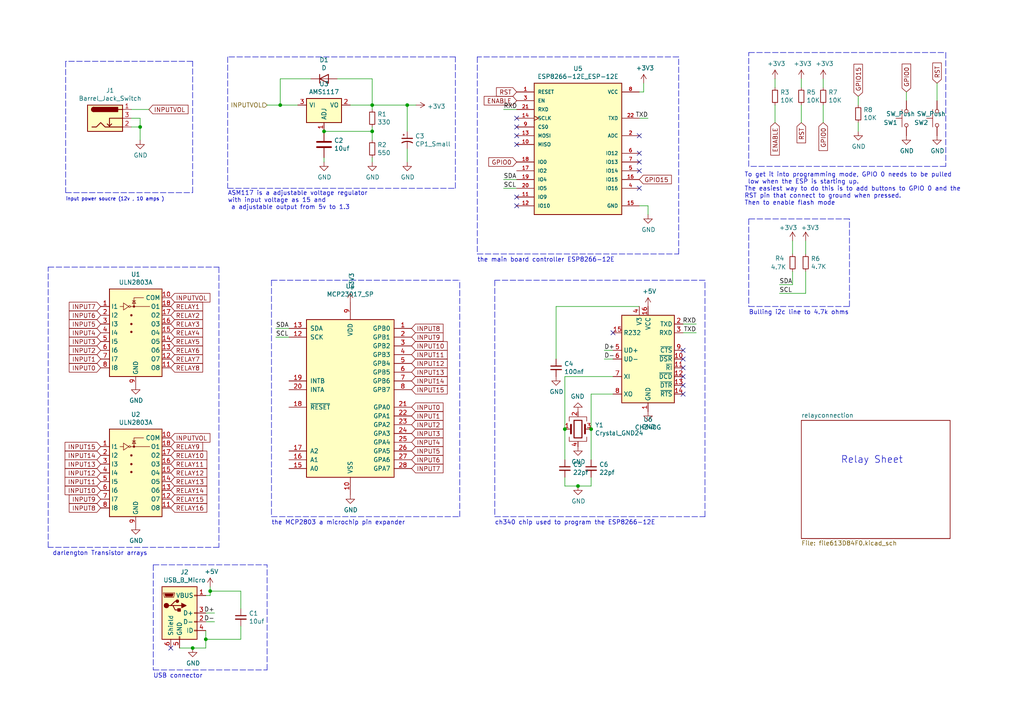
<source format=kicad_sch>
(kicad_sch (version 20211123) (generator eeschema)

  (uuid 3043f23c-662e-4b2a-af12-4e5bad0d0180)

  (paper "A4")

  (lib_symbols
    (symbol "Connector:Barrel_Jack_Switch" (pin_names hide) (in_bom yes) (on_board yes)
      (property "Reference" "J" (id 0) (at 0 5.334 0)
        (effects (font (size 1.27 1.27)))
      )
      (property "Value" "Barrel_Jack_Switch" (id 1) (at 0 -5.08 0)
        (effects (font (size 1.27 1.27)))
      )
      (property "Footprint" "" (id 2) (at 1.27 -1.016 0)
        (effects (font (size 1.27 1.27)) hide)
      )
      (property "Datasheet" "~" (id 3) (at 1.27 -1.016 0)
        (effects (font (size 1.27 1.27)) hide)
      )
      (property "ki_keywords" "DC power barrel jack connector" (id 4) (at 0 0 0)
        (effects (font (size 1.27 1.27)) hide)
      )
      (property "ki_description" "DC Barrel Jack with an internal switch" (id 5) (at 0 0 0)
        (effects (font (size 1.27 1.27)) hide)
      )
      (property "ki_fp_filters" "BarrelJack*" (id 6) (at 0 0 0)
        (effects (font (size 1.27 1.27)) hide)
      )
      (symbol "Barrel_Jack_Switch_0_1"
        (rectangle (start -5.08 3.81) (end 5.08 -3.81)
          (stroke (width 0.254) (type default) (color 0 0 0 0))
          (fill (type background))
        )
        (arc (start -3.302 3.175) (mid -3.937 2.54) (end -3.302 1.905)
          (stroke (width 0.254) (type default) (color 0 0 0 0))
          (fill (type none))
        )
        (arc (start -3.302 3.175) (mid -3.937 2.54) (end -3.302 1.905)
          (stroke (width 0.254) (type default) (color 0 0 0 0))
          (fill (type outline))
        )
        (polyline
          (pts
            (xy 1.27 -2.286)
            (xy 1.905 -1.651)
          )
          (stroke (width 0.254) (type default) (color 0 0 0 0))
          (fill (type none))
        )
        (polyline
          (pts
            (xy 5.08 2.54)
            (xy 3.81 2.54)
          )
          (stroke (width 0.254) (type default) (color 0 0 0 0))
          (fill (type none))
        )
        (polyline
          (pts
            (xy 5.08 0)
            (xy 1.27 0)
            (xy 1.27 -2.286)
            (xy 0.635 -1.651)
          )
          (stroke (width 0.254) (type default) (color 0 0 0 0))
          (fill (type none))
        )
        (polyline
          (pts
            (xy -3.81 -2.54)
            (xy -2.54 -2.54)
            (xy -1.27 -1.27)
            (xy 0 -2.54)
            (xy 2.54 -2.54)
            (xy 5.08 -2.54)
          )
          (stroke (width 0.254) (type default) (color 0 0 0 0))
          (fill (type none))
        )
        (rectangle (start 3.683 3.175) (end -3.302 1.905)
          (stroke (width 0.254) (type default) (color 0 0 0 0))
          (fill (type outline))
        )
      )
      (symbol "Barrel_Jack_Switch_1_1"
        (pin passive line (at 7.62 2.54 180) (length 2.54)
          (name "~" (effects (font (size 1.27 1.27))))
          (number "1" (effects (font (size 1.27 1.27))))
        )
        (pin passive line (at 7.62 -2.54 180) (length 2.54)
          (name "~" (effects (font (size 1.27 1.27))))
          (number "2" (effects (font (size 1.27 1.27))))
        )
        (pin passive line (at 7.62 0 180) (length 2.54)
          (name "~" (effects (font (size 1.27 1.27))))
          (number "3" (effects (font (size 1.27 1.27))))
        )
      )
    )
    (symbol "Device:C" (pin_numbers hide) (pin_names (offset 0.254)) (in_bom yes) (on_board yes)
      (property "Reference" "C" (id 0) (at 0.635 2.54 0)
        (effects (font (size 1.27 1.27)) (justify left))
      )
      (property "Value" "C" (id 1) (at 0.635 -2.54 0)
        (effects (font (size 1.27 1.27)) (justify left))
      )
      (property "Footprint" "" (id 2) (at 0.9652 -3.81 0)
        (effects (font (size 1.27 1.27)) hide)
      )
      (property "Datasheet" "~" (id 3) (at 0 0 0)
        (effects (font (size 1.27 1.27)) hide)
      )
      (property "ki_keywords" "cap capacitor" (id 4) (at 0 0 0)
        (effects (font (size 1.27 1.27)) hide)
      )
      (property "ki_description" "Unpolarized capacitor" (id 5) (at 0 0 0)
        (effects (font (size 1.27 1.27)) hide)
      )
      (property "ki_fp_filters" "C_*" (id 6) (at 0 0 0)
        (effects (font (size 1.27 1.27)) hide)
      )
      (symbol "C_0_1"
        (polyline
          (pts
            (xy -2.032 -0.762)
            (xy 2.032 -0.762)
          )
          (stroke (width 0.508) (type default) (color 0 0 0 0))
          (fill (type none))
        )
        (polyline
          (pts
            (xy -2.032 0.762)
            (xy 2.032 0.762)
          )
          (stroke (width 0.508) (type default) (color 0 0 0 0))
          (fill (type none))
        )
      )
      (symbol "C_1_1"
        (pin passive line (at 0 3.81 270) (length 2.794)
          (name "~" (effects (font (size 1.27 1.27))))
          (number "1" (effects (font (size 1.27 1.27))))
        )
        (pin passive line (at 0 -3.81 90) (length 2.794)
          (name "~" (effects (font (size 1.27 1.27))))
          (number "2" (effects (font (size 1.27 1.27))))
        )
      )
    )
    (symbol "Device:C_Small" (pin_numbers hide) (pin_names (offset 0.254) hide) (in_bom yes) (on_board yes)
      (property "Reference" "C" (id 0) (at 0.254 1.778 0)
        (effects (font (size 1.27 1.27)) (justify left))
      )
      (property "Value" "C_Small" (id 1) (at 0.254 -2.032 0)
        (effects (font (size 1.27 1.27)) (justify left))
      )
      (property "Footprint" "" (id 2) (at 0 0 0)
        (effects (font (size 1.27 1.27)) hide)
      )
      (property "Datasheet" "~" (id 3) (at 0 0 0)
        (effects (font (size 1.27 1.27)) hide)
      )
      (property "ki_keywords" "capacitor cap" (id 4) (at 0 0 0)
        (effects (font (size 1.27 1.27)) hide)
      )
      (property "ki_description" "Unpolarized capacitor, small symbol" (id 5) (at 0 0 0)
        (effects (font (size 1.27 1.27)) hide)
      )
      (property "ki_fp_filters" "C_*" (id 6) (at 0 0 0)
        (effects (font (size 1.27 1.27)) hide)
      )
      (symbol "C_Small_0_1"
        (polyline
          (pts
            (xy -1.524 -0.508)
            (xy 1.524 -0.508)
          )
          (stroke (width 0.3302) (type default) (color 0 0 0 0))
          (fill (type none))
        )
        (polyline
          (pts
            (xy -1.524 0.508)
            (xy 1.524 0.508)
          )
          (stroke (width 0.3048) (type default) (color 0 0 0 0))
          (fill (type none))
        )
      )
      (symbol "C_Small_1_1"
        (pin passive line (at 0 2.54 270) (length 2.032)
          (name "~" (effects (font (size 1.27 1.27))))
          (number "1" (effects (font (size 1.27 1.27))))
        )
        (pin passive line (at 0 -2.54 90) (length 2.032)
          (name "~" (effects (font (size 1.27 1.27))))
          (number "2" (effects (font (size 1.27 1.27))))
        )
      )
    )
    (symbol "Device:Crystal_GND24" (pin_names (offset 1.016) hide) (in_bom yes) (on_board yes)
      (property "Reference" "Y" (id 0) (at 3.175 5.08 0)
        (effects (font (size 1.27 1.27)) (justify left))
      )
      (property "Value" "Crystal_GND24" (id 1) (at 3.175 3.175 0)
        (effects (font (size 1.27 1.27)) (justify left))
      )
      (property "Footprint" "" (id 2) (at 0 0 0)
        (effects (font (size 1.27 1.27)) hide)
      )
      (property "Datasheet" "~" (id 3) (at 0 0 0)
        (effects (font (size 1.27 1.27)) hide)
      )
      (property "ki_keywords" "quartz ceramic resonator oscillator" (id 4) (at 0 0 0)
        (effects (font (size 1.27 1.27)) hide)
      )
      (property "ki_description" "Four pin crystal, GND on pins 2 and 4" (id 5) (at 0 0 0)
        (effects (font (size 1.27 1.27)) hide)
      )
      (property "ki_fp_filters" "Crystal*" (id 6) (at 0 0 0)
        (effects (font (size 1.27 1.27)) hide)
      )
      (symbol "Crystal_GND24_0_1"
        (rectangle (start -1.143 2.54) (end 1.143 -2.54)
          (stroke (width 0.3048) (type default) (color 0 0 0 0))
          (fill (type none))
        )
        (polyline
          (pts
            (xy -2.54 0)
            (xy -2.032 0)
          )
          (stroke (width 0) (type default) (color 0 0 0 0))
          (fill (type none))
        )
        (polyline
          (pts
            (xy -2.032 -1.27)
            (xy -2.032 1.27)
          )
          (stroke (width 0.508) (type default) (color 0 0 0 0))
          (fill (type none))
        )
        (polyline
          (pts
            (xy 0 -3.81)
            (xy 0 -3.556)
          )
          (stroke (width 0) (type default) (color 0 0 0 0))
          (fill (type none))
        )
        (polyline
          (pts
            (xy 0 3.556)
            (xy 0 3.81)
          )
          (stroke (width 0) (type default) (color 0 0 0 0))
          (fill (type none))
        )
        (polyline
          (pts
            (xy 2.032 -1.27)
            (xy 2.032 1.27)
          )
          (stroke (width 0.508) (type default) (color 0 0 0 0))
          (fill (type none))
        )
        (polyline
          (pts
            (xy 2.032 0)
            (xy 2.54 0)
          )
          (stroke (width 0) (type default) (color 0 0 0 0))
          (fill (type none))
        )
        (polyline
          (pts
            (xy -2.54 -2.286)
            (xy -2.54 -3.556)
            (xy 2.54 -3.556)
            (xy 2.54 -2.286)
          )
          (stroke (width 0) (type default) (color 0 0 0 0))
          (fill (type none))
        )
        (polyline
          (pts
            (xy -2.54 2.286)
            (xy -2.54 3.556)
            (xy 2.54 3.556)
            (xy 2.54 2.286)
          )
          (stroke (width 0) (type default) (color 0 0 0 0))
          (fill (type none))
        )
      )
      (symbol "Crystal_GND24_1_1"
        (pin passive line (at -3.81 0 0) (length 1.27)
          (name "1" (effects (font (size 1.27 1.27))))
          (number "1" (effects (font (size 1.27 1.27))))
        )
        (pin passive line (at 0 5.08 270) (length 1.27)
          (name "2" (effects (font (size 1.27 1.27))))
          (number "2" (effects (font (size 1.27 1.27))))
        )
        (pin passive line (at 3.81 0 180) (length 1.27)
          (name "3" (effects (font (size 1.27 1.27))))
          (number "3" (effects (font (size 1.27 1.27))))
        )
        (pin passive line (at 0 -5.08 90) (length 1.27)
          (name "4" (effects (font (size 1.27 1.27))))
          (number "4" (effects (font (size 1.27 1.27))))
        )
      )
    )
    (symbol "Device:D" (pin_numbers hide) (pin_names (offset 1.016) hide) (in_bom yes) (on_board yes)
      (property "Reference" "D" (id 0) (at 0 2.54 0)
        (effects (font (size 1.27 1.27)))
      )
      (property "Value" "D" (id 1) (at 0 -2.54 0)
        (effects (font (size 1.27 1.27)))
      )
      (property "Footprint" "" (id 2) (at 0 0 0)
        (effects (font (size 1.27 1.27)) hide)
      )
      (property "Datasheet" "~" (id 3) (at 0 0 0)
        (effects (font (size 1.27 1.27)) hide)
      )
      (property "ki_keywords" "diode" (id 4) (at 0 0 0)
        (effects (font (size 1.27 1.27)) hide)
      )
      (property "ki_description" "Diode" (id 5) (at 0 0 0)
        (effects (font (size 1.27 1.27)) hide)
      )
      (property "ki_fp_filters" "TO-???* *_Diode_* *SingleDiode* D_*" (id 6) (at 0 0 0)
        (effects (font (size 1.27 1.27)) hide)
      )
      (symbol "D_0_1"
        (polyline
          (pts
            (xy -1.27 1.27)
            (xy -1.27 -1.27)
          )
          (stroke (width 0.254) (type default) (color 0 0 0 0))
          (fill (type none))
        )
        (polyline
          (pts
            (xy 1.27 0)
            (xy -1.27 0)
          )
          (stroke (width 0) (type default) (color 0 0 0 0))
          (fill (type none))
        )
        (polyline
          (pts
            (xy 1.27 1.27)
            (xy 1.27 -1.27)
            (xy -1.27 0)
            (xy 1.27 1.27)
          )
          (stroke (width 0.254) (type default) (color 0 0 0 0))
          (fill (type none))
        )
      )
      (symbol "D_1_1"
        (pin passive line (at -3.81 0 0) (length 2.54)
          (name "K" (effects (font (size 1.27 1.27))))
          (number "1" (effects (font (size 1.27 1.27))))
        )
        (pin passive line (at 3.81 0 180) (length 2.54)
          (name "A" (effects (font (size 1.27 1.27))))
          (number "2" (effects (font (size 1.27 1.27))))
        )
      )
    )
    (symbol "Device:R_Small" (pin_numbers hide) (pin_names (offset 0.254) hide) (in_bom yes) (on_board yes)
      (property "Reference" "R" (id 0) (at 0.762 0.508 0)
        (effects (font (size 1.27 1.27)) (justify left))
      )
      (property "Value" "R_Small" (id 1) (at 0.762 -1.016 0)
        (effects (font (size 1.27 1.27)) (justify left))
      )
      (property "Footprint" "" (id 2) (at 0 0 0)
        (effects (font (size 1.27 1.27)) hide)
      )
      (property "Datasheet" "~" (id 3) (at 0 0 0)
        (effects (font (size 1.27 1.27)) hide)
      )
      (property "ki_keywords" "R resistor" (id 4) (at 0 0 0)
        (effects (font (size 1.27 1.27)) hide)
      )
      (property "ki_description" "Resistor, small symbol" (id 5) (at 0 0 0)
        (effects (font (size 1.27 1.27)) hide)
      )
      (property "ki_fp_filters" "R_*" (id 6) (at 0 0 0)
        (effects (font (size 1.27 1.27)) hide)
      )
      (symbol "R_Small_0_1"
        (rectangle (start -0.762 1.778) (end 0.762 -1.778)
          (stroke (width 0.2032) (type default) (color 0 0 0 0))
          (fill (type none))
        )
      )
      (symbol "R_Small_1_1"
        (pin passive line (at 0 2.54 270) (length 0.762)
          (name "~" (effects (font (size 1.27 1.27))))
          (number "1" (effects (font (size 1.27 1.27))))
        )
        (pin passive line (at 0 -2.54 90) (length 0.762)
          (name "~" (effects (font (size 1.27 1.27))))
          (number "2" (effects (font (size 1.27 1.27))))
        )
      )
    )
    (symbol "Interface_Expansion:MCP23017_SP" (pin_names (offset 1.016)) (in_bom yes) (on_board yes)
      (property "Reference" "U" (id 0) (at -11.43 24.13 0)
        (effects (font (size 1.27 1.27)))
      )
      (property "Value" "MCP23017_SP" (id 1) (at 0 0 0)
        (effects (font (size 1.27 1.27)))
      )
      (property "Footprint" "Package_DIP:DIP-28_W7.62mm" (id 2) (at 5.08 -25.4 0)
        (effects (font (size 1.27 1.27)) (justify left) hide)
      )
      (property "Datasheet" "http://ww1.microchip.com/downloads/en/DeviceDoc/20001952C.pdf" (id 3) (at 5.08 -27.94 0)
        (effects (font (size 1.27 1.27)) (justify left) hide)
      )
      (property "ki_keywords" "I2C parallel port expander" (id 4) (at 0 0 0)
        (effects (font (size 1.27 1.27)) hide)
      )
      (property "ki_description" "16-bit I/O expander, I2C, interrupts, w pull-ups, SPDIP-28" (id 5) (at 0 0 0)
        (effects (font (size 1.27 1.27)) hide)
      )
      (property "ki_fp_filters" "DIP*W7.62mm*" (id 6) (at 0 0 0)
        (effects (font (size 1.27 1.27)) hide)
      )
      (symbol "MCP23017_SP_0_1"
        (rectangle (start -12.7 22.86) (end 12.7 -22.86)
          (stroke (width 0.254) (type default) (color 0 0 0 0))
          (fill (type background))
        )
      )
      (symbol "MCP23017_SP_1_1"
        (pin bidirectional line (at 17.78 20.32 180) (length 5.08)
          (name "GPB0" (effects (font (size 1.27 1.27))))
          (number "1" (effects (font (size 1.27 1.27))))
        )
        (pin power_in line (at 0 -27.94 90) (length 5.08)
          (name "VSS" (effects (font (size 1.27 1.27))))
          (number "10" (effects (font (size 1.27 1.27))))
        )
        (pin no_connect line (at -12.7 15.24 0) (length 5.08) hide
          (name "NC" (effects (font (size 1.27 1.27))))
          (number "11" (effects (font (size 1.27 1.27))))
        )
        (pin input line (at -17.78 17.78 0) (length 5.08)
          (name "SCK" (effects (font (size 1.27 1.27))))
          (number "12" (effects (font (size 1.27 1.27))))
        )
        (pin bidirectional line (at -17.78 20.32 0) (length 5.08)
          (name "SDA" (effects (font (size 1.27 1.27))))
          (number "13" (effects (font (size 1.27 1.27))))
        )
        (pin no_connect line (at -12.7 12.7 0) (length 5.08) hide
          (name "NC" (effects (font (size 1.27 1.27))))
          (number "14" (effects (font (size 1.27 1.27))))
        )
        (pin input line (at -17.78 -20.32 0) (length 5.08)
          (name "A0" (effects (font (size 1.27 1.27))))
          (number "15" (effects (font (size 1.27 1.27))))
        )
        (pin input line (at -17.78 -17.78 0) (length 5.08)
          (name "A1" (effects (font (size 1.27 1.27))))
          (number "16" (effects (font (size 1.27 1.27))))
        )
        (pin input line (at -17.78 -15.24 0) (length 5.08)
          (name "A2" (effects (font (size 1.27 1.27))))
          (number "17" (effects (font (size 1.27 1.27))))
        )
        (pin input line (at -17.78 -2.54 0) (length 5.08)
          (name "~{RESET}" (effects (font (size 1.27 1.27))))
          (number "18" (effects (font (size 1.27 1.27))))
        )
        (pin tri_state line (at -17.78 5.08 0) (length 5.08)
          (name "INTB" (effects (font (size 1.27 1.27))))
          (number "19" (effects (font (size 1.27 1.27))))
        )
        (pin bidirectional line (at 17.78 17.78 180) (length 5.08)
          (name "GPB1" (effects (font (size 1.27 1.27))))
          (number "2" (effects (font (size 1.27 1.27))))
        )
        (pin tri_state line (at -17.78 2.54 0) (length 5.08)
          (name "INTA" (effects (font (size 1.27 1.27))))
          (number "20" (effects (font (size 1.27 1.27))))
        )
        (pin bidirectional line (at 17.78 -2.54 180) (length 5.08)
          (name "GPA0" (effects (font (size 1.27 1.27))))
          (number "21" (effects (font (size 1.27 1.27))))
        )
        (pin bidirectional line (at 17.78 -5.08 180) (length 5.08)
          (name "GPA1" (effects (font (size 1.27 1.27))))
          (number "22" (effects (font (size 1.27 1.27))))
        )
        (pin bidirectional line (at 17.78 -7.62 180) (length 5.08)
          (name "GPA2" (effects (font (size 1.27 1.27))))
          (number "23" (effects (font (size 1.27 1.27))))
        )
        (pin bidirectional line (at 17.78 -10.16 180) (length 5.08)
          (name "GPA3" (effects (font (size 1.27 1.27))))
          (number "24" (effects (font (size 1.27 1.27))))
        )
        (pin bidirectional line (at 17.78 -12.7 180) (length 5.08)
          (name "GPA4" (effects (font (size 1.27 1.27))))
          (number "25" (effects (font (size 1.27 1.27))))
        )
        (pin bidirectional line (at 17.78 -15.24 180) (length 5.08)
          (name "GPA5" (effects (font (size 1.27 1.27))))
          (number "26" (effects (font (size 1.27 1.27))))
        )
        (pin bidirectional line (at 17.78 -17.78 180) (length 5.08)
          (name "GPA6" (effects (font (size 1.27 1.27))))
          (number "27" (effects (font (size 1.27 1.27))))
        )
        (pin bidirectional line (at 17.78 -20.32 180) (length 5.08)
          (name "GPA7" (effects (font (size 1.27 1.27))))
          (number "28" (effects (font (size 1.27 1.27))))
        )
        (pin bidirectional line (at 17.78 15.24 180) (length 5.08)
          (name "GPB2" (effects (font (size 1.27 1.27))))
          (number "3" (effects (font (size 1.27 1.27))))
        )
        (pin bidirectional line (at 17.78 12.7 180) (length 5.08)
          (name "GPB3" (effects (font (size 1.27 1.27))))
          (number "4" (effects (font (size 1.27 1.27))))
        )
        (pin bidirectional line (at 17.78 10.16 180) (length 5.08)
          (name "GPB4" (effects (font (size 1.27 1.27))))
          (number "5" (effects (font (size 1.27 1.27))))
        )
        (pin bidirectional line (at 17.78 7.62 180) (length 5.08)
          (name "GPB5" (effects (font (size 1.27 1.27))))
          (number "6" (effects (font (size 1.27 1.27))))
        )
        (pin bidirectional line (at 17.78 5.08 180) (length 5.08)
          (name "GPB6" (effects (font (size 1.27 1.27))))
          (number "7" (effects (font (size 1.27 1.27))))
        )
        (pin bidirectional line (at 17.78 2.54 180) (length 5.08)
          (name "GPB7" (effects (font (size 1.27 1.27))))
          (number "8" (effects (font (size 1.27 1.27))))
        )
        (pin power_in line (at 0 27.94 270) (length 5.08)
          (name "VDD" (effects (font (size 1.27 1.27))))
          (number "9" (effects (font (size 1.27 1.27))))
        )
      )
    )
    (symbol "Interface_USB:CH340G" (in_bom yes) (on_board yes)
      (property "Reference" "U" (id 0) (at -5.08 13.97 0)
        (effects (font (size 1.27 1.27)) (justify right))
      )
      (property "Value" "CH340G" (id 1) (at 1.27 13.97 0)
        (effects (font (size 1.27 1.27)) (justify left))
      )
      (property "Footprint" "Package_SO:SOIC-16_3.9x9.9mm_P1.27mm" (id 2) (at 1.27 -13.97 0)
        (effects (font (size 1.27 1.27)) (justify left) hide)
      )
      (property "Datasheet" "http://www.datasheet5.com/pdf-local-2195953" (id 3) (at -8.89 20.32 0)
        (effects (font (size 1.27 1.27)) hide)
      )
      (property "ki_keywords" "USB UART Serial Converter Interface" (id 4) (at 0 0 0)
        (effects (font (size 1.27 1.27)) hide)
      )
      (property "ki_description" "USB serial converter, UART, SOIC-16" (id 5) (at 0 0 0)
        (effects (font (size 1.27 1.27)) hide)
      )
      (property "ki_fp_filters" "SOIC*3.9x9.9mm*P1.27mm*" (id 6) (at 0 0 0)
        (effects (font (size 1.27 1.27)) hide)
      )
      (symbol "CH340G_0_1"
        (rectangle (start -7.62 12.7) (end 7.62 -12.7)
          (stroke (width 0.254) (type default) (color 0 0 0 0))
          (fill (type background))
        )
      )
      (symbol "CH340G_1_1"
        (pin power_in line (at 0 -15.24 90) (length 2.54)
          (name "GND" (effects (font (size 1.27 1.27))))
          (number "1" (effects (font (size 1.27 1.27))))
        )
        (pin input line (at 10.16 0 180) (length 2.54)
          (name "~{DSR}" (effects (font (size 1.27 1.27))))
          (number "10" (effects (font (size 1.27 1.27))))
        )
        (pin input line (at 10.16 -2.54 180) (length 2.54)
          (name "~{RI}" (effects (font (size 1.27 1.27))))
          (number "11" (effects (font (size 1.27 1.27))))
        )
        (pin input line (at 10.16 -5.08 180) (length 2.54)
          (name "~{DCD}" (effects (font (size 1.27 1.27))))
          (number "12" (effects (font (size 1.27 1.27))))
        )
        (pin output line (at 10.16 -7.62 180) (length 2.54)
          (name "~{DTR}" (effects (font (size 1.27 1.27))))
          (number "13" (effects (font (size 1.27 1.27))))
        )
        (pin output line (at 10.16 -10.16 180) (length 2.54)
          (name "~{RTS}" (effects (font (size 1.27 1.27))))
          (number "14" (effects (font (size 1.27 1.27))))
        )
        (pin input line (at -10.16 7.62 0) (length 2.54)
          (name "R232" (effects (font (size 1.27 1.27))))
          (number "15" (effects (font (size 1.27 1.27))))
        )
        (pin power_in line (at 0 15.24 270) (length 2.54)
          (name "VCC" (effects (font (size 1.27 1.27))))
          (number "16" (effects (font (size 1.27 1.27))))
        )
        (pin output line (at 10.16 10.16 180) (length 2.54)
          (name "TXD" (effects (font (size 1.27 1.27))))
          (number "2" (effects (font (size 1.27 1.27))))
        )
        (pin input line (at 10.16 7.62 180) (length 2.54)
          (name "RXD" (effects (font (size 1.27 1.27))))
          (number "3" (effects (font (size 1.27 1.27))))
        )
        (pin passive line (at -2.54 15.24 270) (length 2.54)
          (name "V3" (effects (font (size 1.27 1.27))))
          (number "4" (effects (font (size 1.27 1.27))))
        )
        (pin bidirectional line (at -10.16 2.54 0) (length 2.54)
          (name "UD+" (effects (font (size 1.27 1.27))))
          (number "5" (effects (font (size 1.27 1.27))))
        )
        (pin bidirectional line (at -10.16 0 0) (length 2.54)
          (name "UD-" (effects (font (size 1.27 1.27))))
          (number "6" (effects (font (size 1.27 1.27))))
        )
        (pin input line (at -10.16 -5.08 0) (length 2.54)
          (name "XI" (effects (font (size 1.27 1.27))))
          (number "7" (effects (font (size 1.27 1.27))))
        )
        (pin output line (at -10.16 -10.16 0) (length 2.54)
          (name "XO" (effects (font (size 1.27 1.27))))
          (number "8" (effects (font (size 1.27 1.27))))
        )
        (pin input line (at 10.16 2.54 180) (length 2.54)
          (name "~{CTS}" (effects (font (size 1.27 1.27))))
          (number "9" (effects (font (size 1.27 1.27))))
        )
      )
    )
    (symbol "Regulator_Linear:AMS1117" (pin_names (offset 0.762)) (in_bom yes) (on_board yes)
      (property "Reference" "U" (id 0) (at -3.81 3.175 0)
        (effects (font (size 1.27 1.27)))
      )
      (property "Value" "AMS1117" (id 1) (at 0 3.175 0)
        (effects (font (size 1.27 1.27)) (justify left))
      )
      (property "Footprint" "Package_TO_SOT_SMD:SOT-223-3_TabPin2" (id 2) (at 0 5.08 0)
        (effects (font (size 1.27 1.27)) hide)
      )
      (property "Datasheet" "http://www.advanced-monolithic.com/pdf/ds1117.pdf" (id 3) (at 2.54 -6.35 0)
        (effects (font (size 1.27 1.27)) hide)
      )
      (property "ki_keywords" "linear regulator ldo adjustable positive" (id 4) (at 0 0 0)
        (effects (font (size 1.27 1.27)) hide)
      )
      (property "ki_description" "1A Low Dropout regulator, positive, adjustable output, SOT-223" (id 5) (at 0 0 0)
        (effects (font (size 1.27 1.27)) hide)
      )
      (property "ki_fp_filters" "SOT?223*TabPin2*" (id 6) (at 0 0 0)
        (effects (font (size 1.27 1.27)) hide)
      )
      (symbol "AMS1117_0_1"
        (rectangle (start -5.08 -5.08) (end 5.08 1.905)
          (stroke (width 0.254) (type default) (color 0 0 0 0))
          (fill (type background))
        )
      )
      (symbol "AMS1117_1_1"
        (pin input line (at 0 -7.62 90) (length 2.54)
          (name "ADJ" (effects (font (size 1.27 1.27))))
          (number "1" (effects (font (size 1.27 1.27))))
        )
        (pin power_out line (at 7.62 0 180) (length 2.54)
          (name "VO" (effects (font (size 1.27 1.27))))
          (number "2" (effects (font (size 1.27 1.27))))
        )
        (pin power_in line (at -7.62 0 0) (length 2.54)
          (name "VI" (effects (font (size 1.27 1.27))))
          (number "3" (effects (font (size 1.27 1.27))))
        )
      )
    )
    (symbol "Switch:SW_Push" (pin_numbers hide) (pin_names (offset 1.016) hide) (in_bom yes) (on_board yes)
      (property "Reference" "SW" (id 0) (at 1.27 2.54 0)
        (effects (font (size 1.27 1.27)) (justify left))
      )
      (property "Value" "SW_Push" (id 1) (at 0 -1.524 0)
        (effects (font (size 1.27 1.27)))
      )
      (property "Footprint" "" (id 2) (at 0 5.08 0)
        (effects (font (size 1.27 1.27)) hide)
      )
      (property "Datasheet" "~" (id 3) (at 0 5.08 0)
        (effects (font (size 1.27 1.27)) hide)
      )
      (property "ki_keywords" "switch normally-open pushbutton push-button" (id 4) (at 0 0 0)
        (effects (font (size 1.27 1.27)) hide)
      )
      (property "ki_description" "Push button switch, generic, two pins" (id 5) (at 0 0 0)
        (effects (font (size 1.27 1.27)) hide)
      )
      (symbol "SW_Push_0_1"
        (circle (center -2.032 0) (radius 0.508)
          (stroke (width 0) (type default) (color 0 0 0 0))
          (fill (type none))
        )
        (polyline
          (pts
            (xy 0 1.27)
            (xy 0 3.048)
          )
          (stroke (width 0) (type default) (color 0 0 0 0))
          (fill (type none))
        )
        (polyline
          (pts
            (xy 2.54 1.27)
            (xy -2.54 1.27)
          )
          (stroke (width 0) (type default) (color 0 0 0 0))
          (fill (type none))
        )
        (circle (center 2.032 0) (radius 0.508)
          (stroke (width 0) (type default) (color 0 0 0 0))
          (fill (type none))
        )
        (pin passive line (at -5.08 0 0) (length 2.54)
          (name "1" (effects (font (size 1.27 1.27))))
          (number "1" (effects (font (size 1.27 1.27))))
        )
        (pin passive line (at 5.08 0 180) (length 2.54)
          (name "2" (effects (font (size 1.27 1.27))))
          (number "2" (effects (font (size 1.27 1.27))))
        )
      )
    )
    (symbol "Transistor_Array:ULN2803A" (in_bom yes) (on_board yes)
      (property "Reference" "U" (id 0) (at 0 13.335 0)
        (effects (font (size 1.27 1.27)))
      )
      (property "Value" "ULN2803A" (id 1) (at 0 11.43 0)
        (effects (font (size 1.27 1.27)))
      )
      (property "Footprint" "" (id 2) (at 1.27 -16.51 0)
        (effects (font (size 1.27 1.27)) (justify left) hide)
      )
      (property "Datasheet" "http://www.ti.com/lit/ds/symlink/uln2803a.pdf" (id 3) (at 2.54 -5.08 0)
        (effects (font (size 1.27 1.27)) hide)
      )
      (property "ki_keywords" "Darlington transistor array" (id 4) (at 0 0 0)
        (effects (font (size 1.27 1.27)) hide)
      )
      (property "ki_description" "Darlington Transistor Arrays, SOIC18/DIP18" (id 5) (at 0 0 0)
        (effects (font (size 1.27 1.27)) hide)
      )
      (property "ki_fp_filters" "DIP*W7.62mm* SOIC*7.5x11.6mm*P1.27mm*" (id 6) (at 0 0 0)
        (effects (font (size 1.27 1.27)) hide)
      )
      (symbol "ULN2803A_0_1"
        (rectangle (start -7.62 -15.24) (end 7.62 10.16)
          (stroke (width 0.254) (type default) (color 0 0 0 0))
          (fill (type background))
        )
        (circle (center -1.778 5.08) (radius 0.254)
          (stroke (width 0) (type default) (color 0 0 0 0))
          (fill (type none))
        )
        (circle (center -1.27 -2.286) (radius 0.254)
          (stroke (width 0) (type default) (color 0 0 0 0))
          (fill (type outline))
        )
        (circle (center -1.27 0) (radius 0.254)
          (stroke (width 0) (type default) (color 0 0 0 0))
          (fill (type outline))
        )
        (circle (center -1.27 2.54) (radius 0.254)
          (stroke (width 0) (type default) (color 0 0 0 0))
          (fill (type outline))
        )
        (circle (center -0.508 5.08) (radius 0.254)
          (stroke (width 0) (type default) (color 0 0 0 0))
          (fill (type outline))
        )
        (polyline
          (pts
            (xy -4.572 5.08)
            (xy -3.556 5.08)
          )
          (stroke (width 0) (type default) (color 0 0 0 0))
          (fill (type none))
        )
        (polyline
          (pts
            (xy -1.524 5.08)
            (xy 4.064 5.08)
          )
          (stroke (width 0) (type default) (color 0 0 0 0))
          (fill (type none))
        )
        (polyline
          (pts
            (xy 0 6.731)
            (xy -1.016 6.731)
          )
          (stroke (width 0) (type default) (color 0 0 0 0))
          (fill (type none))
        )
        (polyline
          (pts
            (xy -0.508 5.08)
            (xy -0.508 7.62)
            (xy 2.286 7.62)
          )
          (stroke (width 0) (type default) (color 0 0 0 0))
          (fill (type none))
        )
        (polyline
          (pts
            (xy -3.556 6.096)
            (xy -3.556 4.064)
            (xy -2.032 5.08)
            (xy -3.556 6.096)
          )
          (stroke (width 0) (type default) (color 0 0 0 0))
          (fill (type none))
        )
        (polyline
          (pts
            (xy 0 5.969)
            (xy -1.016 5.969)
            (xy -0.508 6.731)
            (xy 0 5.969)
          )
          (stroke (width 0) (type default) (color 0 0 0 0))
          (fill (type none))
        )
      )
      (symbol "ULN2803A_1_1"
        (pin input line (at -10.16 5.08 0) (length 2.54)
          (name "I1" (effects (font (size 1.27 1.27))))
          (number "1" (effects (font (size 1.27 1.27))))
        )
        (pin passive line (at 10.16 7.62 180) (length 2.54)
          (name "COM" (effects (font (size 1.27 1.27))))
          (number "10" (effects (font (size 1.27 1.27))))
        )
        (pin open_collector line (at 10.16 -12.7 180) (length 2.54)
          (name "O8" (effects (font (size 1.27 1.27))))
          (number "11" (effects (font (size 1.27 1.27))))
        )
        (pin open_collector line (at 10.16 -10.16 180) (length 2.54)
          (name "O7" (effects (font (size 1.27 1.27))))
          (number "12" (effects (font (size 1.27 1.27))))
        )
        (pin open_collector line (at 10.16 -7.62 180) (length 2.54)
          (name "O6" (effects (font (size 1.27 1.27))))
          (number "13" (effects (font (size 1.27 1.27))))
        )
        (pin open_collector line (at 10.16 -5.08 180) (length 2.54)
          (name "O5" (effects (font (size 1.27 1.27))))
          (number "14" (effects (font (size 1.27 1.27))))
        )
        (pin open_collector line (at 10.16 -2.54 180) (length 2.54)
          (name "O4" (effects (font (size 1.27 1.27))))
          (number "15" (effects (font (size 1.27 1.27))))
        )
        (pin open_collector line (at 10.16 0 180) (length 2.54)
          (name "O3" (effects (font (size 1.27 1.27))))
          (number "16" (effects (font (size 1.27 1.27))))
        )
        (pin open_collector line (at 10.16 2.54 180) (length 2.54)
          (name "O2" (effects (font (size 1.27 1.27))))
          (number "17" (effects (font (size 1.27 1.27))))
        )
        (pin open_collector line (at 10.16 5.08 180) (length 2.54)
          (name "O1" (effects (font (size 1.27 1.27))))
          (number "18" (effects (font (size 1.27 1.27))))
        )
        (pin input line (at -10.16 2.54 0) (length 2.54)
          (name "I2" (effects (font (size 1.27 1.27))))
          (number "2" (effects (font (size 1.27 1.27))))
        )
        (pin input line (at -10.16 0 0) (length 2.54)
          (name "I3" (effects (font (size 1.27 1.27))))
          (number "3" (effects (font (size 1.27 1.27))))
        )
        (pin input line (at -10.16 -2.54 0) (length 2.54)
          (name "I4" (effects (font (size 1.27 1.27))))
          (number "4" (effects (font (size 1.27 1.27))))
        )
        (pin input line (at -10.16 -5.08 0) (length 2.54)
          (name "I5" (effects (font (size 1.27 1.27))))
          (number "5" (effects (font (size 1.27 1.27))))
        )
        (pin input line (at -10.16 -7.62 0) (length 2.54)
          (name "I6" (effects (font (size 1.27 1.27))))
          (number "6" (effects (font (size 1.27 1.27))))
        )
        (pin input line (at -10.16 -10.16 0) (length 2.54)
          (name "I7" (effects (font (size 1.27 1.27))))
          (number "7" (effects (font (size 1.27 1.27))))
        )
        (pin input line (at -10.16 -12.7 0) (length 2.54)
          (name "I8" (effects (font (size 1.27 1.27))))
          (number "8" (effects (font (size 1.27 1.27))))
        )
        (pin power_in line (at 0 -17.78 90) (length 2.54)
          (name "GND" (effects (font (size 1.27 1.27))))
          (number "9" (effects (font (size 1.27 1.27))))
        )
      )
    )
    (symbol "iot-controller-rescue:+3.3V-power" (power) (pin_names (offset 0)) (in_bom yes) (on_board yes)
      (property "Reference" "#PWR" (id 0) (at 0 -3.81 0)
        (effects (font (size 1.27 1.27)) hide)
      )
      (property "Value" "+3.3V-power" (id 1) (at 0 3.556 0)
        (effects (font (size 1.27 1.27)))
      )
      (property "Footprint" "" (id 2) (at 0 0 0)
        (effects (font (size 1.27 1.27)) hide)
      )
      (property "Datasheet" "" (id 3) (at 0 0 0)
        (effects (font (size 1.27 1.27)) hide)
      )
      (symbol "+3.3V-power_0_1"
        (polyline
          (pts
            (xy -0.762 1.27)
            (xy 0 2.54)
          )
          (stroke (width 0) (type default) (color 0 0 0 0))
          (fill (type none))
        )
        (polyline
          (pts
            (xy 0 0)
            (xy 0 2.54)
          )
          (stroke (width 0) (type default) (color 0 0 0 0))
          (fill (type none))
        )
        (polyline
          (pts
            (xy 0 2.54)
            (xy 0.762 1.27)
          )
          (stroke (width 0) (type default) (color 0 0 0 0))
          (fill (type none))
        )
      )
      (symbol "+3.3V-power_1_1"
        (pin power_in line (at 0 0 90) (length 0) hide
          (name "+3V3" (effects (font (size 1.27 1.27))))
          (number "1" (effects (font (size 1.27 1.27))))
        )
      )
    )
    (symbol "iot-controller-rescue:CP1_Small-Device" (pin_numbers hide) (pin_names (offset 0.254) hide) (in_bom yes) (on_board yes)
      (property "Reference" "C" (id 0) (at 0.254 1.778 0)
        (effects (font (size 1.27 1.27)) (justify left))
      )
      (property "Value" "CP1_Small-Device" (id 1) (at 0.254 -2.032 0)
        (effects (font (size 1.27 1.27)) (justify left))
      )
      (property "Footprint" "" (id 2) (at 0 0 0)
        (effects (font (size 1.27 1.27)) hide)
      )
      (property "Datasheet" "" (id 3) (at 0 0 0)
        (effects (font (size 1.27 1.27)) hide)
      )
      (property "ki_fp_filters" "CP_*" (id 4) (at 0 0 0)
        (effects (font (size 1.27 1.27)) hide)
      )
      (symbol "CP1_Small-Device_0_1"
        (polyline
          (pts
            (xy -1.524 0.508)
            (xy 1.524 0.508)
          )
          (stroke (width 0.3048) (type default) (color 0 0 0 0))
          (fill (type none))
        )
        (polyline
          (pts
            (xy -1.27 1.524)
            (xy -0.762 1.524)
          )
          (stroke (width 0) (type default) (color 0 0 0 0))
          (fill (type none))
        )
        (polyline
          (pts
            (xy -1.016 1.27)
            (xy -1.016 1.778)
          )
          (stroke (width 0) (type default) (color 0 0 0 0))
          (fill (type none))
        )
        (arc (start 1.524 -0.762) (mid 0 -0.3734) (end -1.524 -0.762)
          (stroke (width 0.3048) (type default) (color 0 0 0 0))
          (fill (type none))
        )
      )
      (symbol "CP1_Small-Device_1_1"
        (pin passive line (at 0 2.54 270) (length 2.032)
          (name "~" (effects (font (size 1.27 1.27))))
          (number "1" (effects (font (size 1.27 1.27))))
        )
        (pin passive line (at 0 -2.54 90) (length 2.032)
          (name "~" (effects (font (size 1.27 1.27))))
          (number "2" (effects (font (size 1.27 1.27))))
        )
      )
    )
    (symbol "iot-controller-rescue:ESP8266-12E_ESP-12E-ESP8266-12E_ESP-12E" (pin_names (offset 1.016)) (in_bom yes) (on_board yes)
      (property "Reference" "U" (id 0) (at -12.7254 18.3134 0)
        (effects (font (size 1.27 1.27)) (justify left bottom))
      )
      (property "Value" "ESP8266-12E_ESP-12E-ESP8266-12E_ESP-12E" (id 1) (at -12.7 -23.3934 0)
        (effects (font (size 1.27 1.27)) (justify left bottom))
      )
      (property "Footprint" "XCVR_ESP8266-12E/ESP-12E" (id 2) (at 0 0 0)
        (effects (font (size 1.27 1.27)) (justify left bottom) hide)
      )
      (property "Datasheet" "" (id 3) (at 0 0 0)
        (effects (font (size 1.27 1.27)) (justify left bottom) hide)
      )
      (property "MANUFACTURER" "AI-Thinker" (id 4) (at 0 0 0)
        (effects (font (size 1.27 1.27)) (justify left bottom) hide)
      )
      (property "ki_locked" "" (id 5) (at 0 0 0)
        (effects (font (size 1.27 1.27)))
      )
      (symbol "ESP8266-12E_ESP-12E-ESP8266-12E_ESP-12E_0_0"
        (rectangle (start -12.7 -20.32) (end 12.7 17.78)
          (stroke (width 0.254) (type default) (color 0 0 0 0))
          (fill (type background))
        )
        (pin input line (at -17.78 15.24 0) (length 5.08)
          (name "RESET" (effects (font (size 1.016 1.016))))
          (number "1" (effects (font (size 1.016 1.016))))
        )
        (pin bidirectional line (at -17.78 0 0) (length 5.08)
          (name "MISO" (effects (font (size 1.016 1.016))))
          (number "10" (effects (font (size 1.016 1.016))))
        )
        (pin bidirectional line (at -17.78 -15.24 0) (length 5.08)
          (name "IO9" (effects (font (size 1.016 1.016))))
          (number "11" (effects (font (size 1.016 1.016))))
        )
        (pin bidirectional line (at -17.78 -17.78 0) (length 5.08)
          (name "IO10" (effects (font (size 1.016 1.016))))
          (number "12" (effects (font (size 1.016 1.016))))
        )
        (pin bidirectional line (at -17.78 2.54 0) (length 5.08)
          (name "MOSI" (effects (font (size 1.016 1.016))))
          (number "13" (effects (font (size 1.016 1.016))))
        )
        (pin input clock (at -17.78 7.62 0) (length 5.08)
          (name "SCLK" (effects (font (size 1.016 1.016))))
          (number "14" (effects (font (size 1.016 1.016))))
        )
        (pin power_in line (at 17.78 -17.78 180) (length 5.08)
          (name "GND" (effects (font (size 1.016 1.016))))
          (number "15" (effects (font (size 1.016 1.016))))
        )
        (pin bidirectional line (at 17.78 -10.16 180) (length 5.08)
          (name "IO15" (effects (font (size 1.016 1.016))))
          (number "16" (effects (font (size 1.016 1.016))))
        )
        (pin bidirectional line (at -17.78 -7.62 0) (length 5.08)
          (name "IO2" (effects (font (size 1.016 1.016))))
          (number "17" (effects (font (size 1.016 1.016))))
        )
        (pin bidirectional line (at -17.78 -5.08 0) (length 5.08)
          (name "IO0" (effects (font (size 1.016 1.016))))
          (number "18" (effects (font (size 1.016 1.016))))
        )
        (pin bidirectional line (at -17.78 -10.16 0) (length 5.08)
          (name "IO4" (effects (font (size 1.016 1.016))))
          (number "19" (effects (font (size 1.016 1.016))))
        )
        (pin passive line (at 17.78 2.54 180) (length 5.08)
          (name "ADC" (effects (font (size 1.016 1.016))))
          (number "2" (effects (font (size 1.016 1.016))))
        )
        (pin bidirectional line (at -17.78 -12.7 0) (length 5.08)
          (name "IO5" (effects (font (size 1.016 1.016))))
          (number "20" (effects (font (size 1.016 1.016))))
        )
        (pin input line (at -17.78 10.16 0) (length 5.08)
          (name "RXD" (effects (font (size 1.016 1.016))))
          (number "21" (effects (font (size 1.016 1.016))))
        )
        (pin output line (at 17.78 7.62 180) (length 5.08)
          (name "TXD" (effects (font (size 1.016 1.016))))
          (number "22" (effects (font (size 1.016 1.016))))
        )
        (pin input line (at -17.78 12.7 0) (length 5.08)
          (name "EN" (effects (font (size 1.016 1.016))))
          (number "3" (effects (font (size 1.016 1.016))))
        )
        (pin bidirectional line (at 17.78 -12.7 180) (length 5.08)
          (name "IO16" (effects (font (size 1.016 1.016))))
          (number "4" (effects (font (size 1.016 1.016))))
        )
        (pin bidirectional line (at 17.78 -7.62 180) (length 5.08)
          (name "IO14" (effects (font (size 1.016 1.016))))
          (number "5" (effects (font (size 1.016 1.016))))
        )
        (pin bidirectional line (at 17.78 -2.54 180) (length 5.08)
          (name "IO12" (effects (font (size 1.016 1.016))))
          (number "6" (effects (font (size 1.016 1.016))))
        )
        (pin bidirectional line (at 17.78 -5.08 180) (length 5.08)
          (name "IO13" (effects (font (size 1.016 1.016))))
          (number "7" (effects (font (size 1.016 1.016))))
        )
        (pin power_in line (at 17.78 15.24 180) (length 5.08)
          (name "VCC" (effects (font (size 1.016 1.016))))
          (number "8" (effects (font (size 1.016 1.016))))
        )
        (pin input line (at -17.78 5.08 0) (length 5.08)
          (name "CS0" (effects (font (size 1.016 1.016))))
          (number "9" (effects (font (size 1.016 1.016))))
        )
      )
    )
    (symbol "iot-controller-rescue:USB_B_Micro-Connector" (pin_names (offset 1.016)) (in_bom yes) (on_board yes)
      (property "Reference" "J" (id 0) (at -5.08 11.43 0)
        (effects (font (size 1.27 1.27)) (justify left))
      )
      (property "Value" "USB_B_Micro-Connector" (id 1) (at -5.08 8.89 0)
        (effects (font (size 1.27 1.27)) (justify left))
      )
      (property "Footprint" "" (id 2) (at 3.81 -1.27 0)
        (effects (font (size 1.27 1.27)) hide)
      )
      (property "Datasheet" "" (id 3) (at 3.81 -1.27 0)
        (effects (font (size 1.27 1.27)) hide)
      )
      (property "ki_fp_filters" "USB*" (id 4) (at 0 0 0)
        (effects (font (size 1.27 1.27)) hide)
      )
      (symbol "USB_B_Micro-Connector_0_1"
        (rectangle (start -5.08 -7.62) (end 5.08 7.62)
          (stroke (width 0.254) (type default) (color 0 0 0 0))
          (fill (type background))
        )
        (circle (center -3.81 2.159) (radius 0.635)
          (stroke (width 0.254) (type default) (color 0 0 0 0))
          (fill (type outline))
        )
        (circle (center -0.635 3.429) (radius 0.381)
          (stroke (width 0.254) (type default) (color 0 0 0 0))
          (fill (type outline))
        )
        (rectangle (start -0.127 -7.62) (end 0.127 -6.858)
          (stroke (width 0) (type default) (color 0 0 0 0))
          (fill (type none))
        )
        (polyline
          (pts
            (xy -1.905 2.159)
            (xy 0.635 2.159)
          )
          (stroke (width 0.254) (type default) (color 0 0 0 0))
          (fill (type none))
        )
        (polyline
          (pts
            (xy -3.175 2.159)
            (xy -2.54 2.159)
            (xy -1.27 3.429)
            (xy -0.635 3.429)
          )
          (stroke (width 0.254) (type default) (color 0 0 0 0))
          (fill (type none))
        )
        (polyline
          (pts
            (xy -2.54 2.159)
            (xy -1.905 2.159)
            (xy -1.27 0.889)
            (xy 0 0.889)
          )
          (stroke (width 0.254) (type default) (color 0 0 0 0))
          (fill (type none))
        )
        (polyline
          (pts
            (xy 0.635 2.794)
            (xy 0.635 1.524)
            (xy 1.905 2.159)
            (xy 0.635 2.794)
          )
          (stroke (width 0.254) (type default) (color 0 0 0 0))
          (fill (type outline))
        )
        (polyline
          (pts
            (xy -4.318 5.588)
            (xy -1.778 5.588)
            (xy -2.032 4.826)
            (xy -4.064 4.826)
            (xy -4.318 5.588)
          )
          (stroke (width 0) (type default) (color 0 0 0 0))
          (fill (type outline))
        )
        (polyline
          (pts
            (xy -4.699 5.842)
            (xy -4.699 5.588)
            (xy -4.445 4.826)
            (xy -4.445 4.572)
            (xy -1.651 4.572)
            (xy -1.651 4.826)
            (xy -1.397 5.588)
            (xy -1.397 5.842)
            (xy -4.699 5.842)
          )
          (stroke (width 0) (type default) (color 0 0 0 0))
          (fill (type none))
        )
        (rectangle (start 0.254 1.27) (end -0.508 0.508)
          (stroke (width 0.254) (type default) (color 0 0 0 0))
          (fill (type outline))
        )
        (rectangle (start 5.08 -5.207) (end 4.318 -4.953)
          (stroke (width 0) (type default) (color 0 0 0 0))
          (fill (type none))
        )
        (rectangle (start 5.08 -2.667) (end 4.318 -2.413)
          (stroke (width 0) (type default) (color 0 0 0 0))
          (fill (type none))
        )
        (rectangle (start 5.08 -0.127) (end 4.318 0.127)
          (stroke (width 0) (type default) (color 0 0 0 0))
          (fill (type none))
        )
        (rectangle (start 5.08 4.953) (end 4.318 5.207)
          (stroke (width 0) (type default) (color 0 0 0 0))
          (fill (type none))
        )
      )
      (symbol "USB_B_Micro-Connector_1_1"
        (pin power_out line (at 7.62 5.08 180) (length 2.54)
          (name "VBUS" (effects (font (size 1.27 1.27))))
          (number "1" (effects (font (size 1.27 1.27))))
        )
        (pin passive line (at 7.62 -2.54 180) (length 2.54)
          (name "D-" (effects (font (size 1.27 1.27))))
          (number "2" (effects (font (size 1.27 1.27))))
        )
        (pin passive line (at 7.62 0 180) (length 2.54)
          (name "D+" (effects (font (size 1.27 1.27))))
          (number "3" (effects (font (size 1.27 1.27))))
        )
        (pin passive line (at 7.62 -5.08 180) (length 2.54)
          (name "ID" (effects (font (size 1.27 1.27))))
          (number "4" (effects (font (size 1.27 1.27))))
        )
        (pin power_out line (at 0 -10.16 90) (length 2.54)
          (name "GND" (effects (font (size 1.27 1.27))))
          (number "5" (effects (font (size 1.27 1.27))))
        )
        (pin passive line (at -2.54 -10.16 90) (length 2.54)
          (name "Shield" (effects (font (size 1.27 1.27))))
          (number "6" (effects (font (size 1.27 1.27))))
        )
      )
    )
    (symbol "power:+5V" (power) (pin_names (offset 0)) (in_bom yes) (on_board yes)
      (property "Reference" "#PWR" (id 0) (at 0 -3.81 0)
        (effects (font (size 1.27 1.27)) hide)
      )
      (property "Value" "+5V" (id 1) (at 0 3.556 0)
        (effects (font (size 1.27 1.27)))
      )
      (property "Footprint" "" (id 2) (at 0 0 0)
        (effects (font (size 1.27 1.27)) hide)
      )
      (property "Datasheet" "" (id 3) (at 0 0 0)
        (effects (font (size 1.27 1.27)) hide)
      )
      (property "ki_keywords" "power-flag" (id 4) (at 0 0 0)
        (effects (font (size 1.27 1.27)) hide)
      )
      (property "ki_description" "Power symbol creates a global label with name \"+5V\"" (id 5) (at 0 0 0)
        (effects (font (size 1.27 1.27)) hide)
      )
      (symbol "+5V_0_1"
        (polyline
          (pts
            (xy -0.762 1.27)
            (xy 0 2.54)
          )
          (stroke (width 0) (type default) (color 0 0 0 0))
          (fill (type none))
        )
        (polyline
          (pts
            (xy 0 0)
            (xy 0 2.54)
          )
          (stroke (width 0) (type default) (color 0 0 0 0))
          (fill (type none))
        )
        (polyline
          (pts
            (xy 0 2.54)
            (xy 0.762 1.27)
          )
          (stroke (width 0) (type default) (color 0 0 0 0))
          (fill (type none))
        )
      )
      (symbol "+5V_1_1"
        (pin power_in line (at 0 0 90) (length 0) hide
          (name "+5V" (effects (font (size 1.27 1.27))))
          (number "1" (effects (font (size 1.27 1.27))))
        )
      )
    )
    (symbol "power:GND" (power) (pin_names (offset 0)) (in_bom yes) (on_board yes)
      (property "Reference" "#PWR" (id 0) (at 0 -6.35 0)
        (effects (font (size 1.27 1.27)) hide)
      )
      (property "Value" "GND" (id 1) (at 0 -3.81 0)
        (effects (font (size 1.27 1.27)))
      )
      (property "Footprint" "" (id 2) (at 0 0 0)
        (effects (font (size 1.27 1.27)) hide)
      )
      (property "Datasheet" "" (id 3) (at 0 0 0)
        (effects (font (size 1.27 1.27)) hide)
      )
      (property "ki_keywords" "power-flag" (id 4) (at 0 0 0)
        (effects (font (size 1.27 1.27)) hide)
      )
      (property "ki_description" "Power symbol creates a global label with name \"GND\" , ground" (id 5) (at 0 0 0)
        (effects (font (size 1.27 1.27)) hide)
      )
      (symbol "GND_0_1"
        (polyline
          (pts
            (xy 0 0)
            (xy 0 -1.27)
            (xy 1.27 -1.27)
            (xy 0 -2.54)
            (xy -1.27 -1.27)
            (xy 0 -1.27)
          )
          (stroke (width 0) (type default) (color 0 0 0 0))
          (fill (type none))
        )
      )
      (symbol "GND_1_1"
        (pin power_in line (at 0 0 270) (length 0) hide
          (name "GND" (effects (font (size 1.27 1.27))))
          (number "1" (effects (font (size 1.27 1.27))))
        )
      )
    )
  )

  (junction (at 40.64 36.83) (diameter 0) (color 0 0 0 0)
    (uuid 106d6368-4b43-48f5-805b-579f9abcc414)
  )
  (junction (at 163.83 124.46) (diameter 0) (color 0 0 0 0)
    (uuid 16a60841-5676-4cb9-8b4d-89ad2256c847)
  )
  (junction (at 171.45 124.46) (diameter 0) (color 0 0 0 0)
    (uuid 37de6a10-d841-4e49-8bce-c0a773fe278c)
  )
  (junction (at 107.95 30.48) (diameter 0) (color 0 0 0 0)
    (uuid 5e2acfd6-a894-4e93-966c-47b805402c60)
  )
  (junction (at 81.28 30.48) (diameter 0) (color 0 0 0 0)
    (uuid 688f836d-4955-44bb-83a1-bad90abc54be)
  )
  (junction (at 118.11 30.48) (diameter 0) (color 0 0 0 0)
    (uuid 7fcf0748-4387-4d78-99ed-a59d0297b0f3)
  )
  (junction (at 93.98 38.1) (diameter 0) (color 0 0 0 0)
    (uuid 83306054-1110-43f9-b039-deffa181ab22)
  )
  (junction (at 167.64 140.97) (diameter 0) (color 0 0 0 0)
    (uuid 88f9d0d4-f209-411b-bd2a-95d7e319d354)
  )
  (junction (at 107.95 38.1) (diameter 0) (color 0 0 0 0)
    (uuid 93529726-f1cc-4beb-b577-0078eaeaf68f)
  )
  (junction (at 55.88 187.96) (diameter 0) (color 0 0 0 0)
    (uuid ae47d0aa-baad-4a62-ad35-565b8cb2e4fd)
  )
  (junction (at 59.69 185.42) (diameter 0) (color 0 0 0 0)
    (uuid bcb4bcbe-71a5-43a3-a82e-20f9558563fd)
  )
  (junction (at 60.96 171.45) (diameter 0) (color 0 0 0 0)
    (uuid ccb33872-d39b-4c4a-8da4-cd916d90e0cd)
  )

  (no_connect (at 198.12 106.68) (uuid 15789c59-80a0-47ca-9cf3-f3ae88f0bd6d))
  (no_connect (at 185.42 39.37) (uuid 2994b678-3114-4e57-8424-834bcc0710cd))
  (no_connect (at 149.86 41.91) (uuid 624347eb-5a73-4edb-8a8c-9a3b6d27caff))
  (no_connect (at 149.86 36.83) (uuid 6a5649b3-ae87-4ba7-a615-100fba905bed))
  (no_connect (at 198.12 104.14) (uuid 7773258c-6473-4e2b-a73a-5d224315ebb2))
  (no_connect (at 198.12 111.76) (uuid 7acf9db3-5092-4b3e-aff5-e329ec5fd140))
  (no_connect (at 49.53 187.96) (uuid 7d1a018d-700a-4d9c-adda-ebe980009259))
  (no_connect (at 149.86 57.15) (uuid 8390917c-41de-4866-a9e3-f2bbfd00f17d))
  (no_connect (at 185.42 49.53) (uuid 84b714d7-09bd-4169-900f-853476a0608f))
  (no_connect (at 149.86 39.37) (uuid 906894f2-9519-476d-8f47-69bff69c4564))
  (no_connect (at 185.42 44.45) (uuid 974f7a11-68eb-48a7-b881-a5b6791af22f))
  (no_connect (at 198.12 109.22) (uuid 9dd00a92-9e4b-4628-a87c-3b00e7c9033d))
  (no_connect (at 185.42 46.99) (uuid 9dd5ad20-574d-48aa-a258-e558f6832df1))
  (no_connect (at 149.86 59.69) (uuid 9e7265c3-07f4-405b-8396-bb5565b7d3e4))
  (no_connect (at 149.86 34.29) (uuid c2d6b90c-1351-4d6a-9397-c7aae6ddc127))
  (no_connect (at 185.42 54.61) (uuid dc3009bf-5e46-42e7-82e5-c7035f908d16))
  (no_connect (at 198.12 101.6) (uuid f10a3d3f-fb5a-4700-9b10-04ef57ec8c9e))
  (no_connect (at 198.12 114.3) (uuid f6ec1794-c953-409e-b558-d4dce2b59f47))
  (no_connect (at 177.8 96.52) (uuid f834b8b6-64eb-4600-b59b-96be2ee448d6))

  (wire (pts (xy 93.98 38.1) (xy 107.95 38.1))
    (stroke (width 0) (type default) (color 0 0 0 0))
    (uuid 05f57373-0856-44e5-bc83-e99fd9d90a01)
  )
  (wire (pts (xy 69.85 171.45) (xy 60.96 171.45))
    (stroke (width 0) (type default) (color 0 0 0 0))
    (uuid 0f46e42e-4425-49b4-8f88-e2c67fbc2b76)
  )
  (wire (pts (xy 224.79 35.56) (xy 224.79 30.48))
    (stroke (width 0) (type default) (color 0 0 0 0))
    (uuid 0f7513c1-b228-4084-919d-3836044f96d7)
  )
  (wire (pts (xy 59.69 180.34) (xy 62.23 180.34))
    (stroke (width 0) (type default) (color 0 0 0 0))
    (uuid 14169ef5-0495-4c1f-9c55-56dce77644b0)
  )
  (polyline (pts (xy 143.51 81.28) (xy 143.51 149.86))
    (stroke (width 0) (type default) (color 0 0 0 0))
    (uuid 164eef33-7200-4ce1-bae7-9c3e4cdf2060)
  )
  (polyline (pts (xy 132.08 54.61) (xy 132.08 16.51))
    (stroke (width 0) (type default) (color 0 0 0 0))
    (uuid 178b590b-5114-4e1c-881c-5fab0c565fcf)
  )

  (wire (pts (xy 232.41 30.48) (xy 232.41 35.56))
    (stroke (width 0) (type default) (color 0 0 0 0))
    (uuid 1b0bef5b-0699-4759-b8af-7ab2bac81d69)
  )
  (polyline (pts (xy 13.97 158.75) (xy 13.97 77.47))
    (stroke (width 0) (type default) (color 0 0 0 0))
    (uuid 1b6ed7bb-e9fd-463d-a9dd-c18bad6ef2be)
  )

  (wire (pts (xy 226.06 85.09) (xy 233.68 85.09))
    (stroke (width 0) (type default) (color 0 0 0 0))
    (uuid 1f501e52-c4e6-4763-8c13-ff50d088ee06)
  )
  (wire (pts (xy 163.83 140.97) (xy 167.64 140.97))
    (stroke (width 0) (type default) (color 0 0 0 0))
    (uuid 212fde0c-0990-47de-b9b3-4b1b31438679)
  )
  (wire (pts (xy 177.8 101.6) (xy 175.26 101.6))
    (stroke (width 0) (type default) (color 0 0 0 0))
    (uuid 233b4813-2cb9-4b7a-be12-af289750e096)
  )
  (wire (pts (xy 107.95 22.86) (xy 97.79 22.86))
    (stroke (width 0) (type default) (color 0 0 0 0))
    (uuid 249e25b4-2224-44d8-b7bd-f233f1dd6ae4)
  )
  (wire (pts (xy 40.64 34.29) (xy 40.64 36.83))
    (stroke (width 0) (type default) (color 0 0 0 0))
    (uuid 29a846a1-d42e-465c-a30d-defb16f3d8ba)
  )
  (wire (pts (xy 107.95 38.1) (xy 107.95 40.64))
    (stroke (width 0) (type default) (color 0 0 0 0))
    (uuid 29ff017f-12d1-4c0f-877f-4e95d5599c1b)
  )
  (polyline (pts (xy 78.74 81.28) (xy 133.35 81.28))
    (stroke (width 0) (type default) (color 0 0 0 0))
    (uuid 2cfbccd8-fca0-4066-84c1-d9102de2c9d6)
  )
  (polyline (pts (xy 143.51 149.86) (xy 204.47 149.86))
    (stroke (width 0) (type default) (color 0 0 0 0))
    (uuid 2d9876d4-f51d-4a39-9c19-f5629ce1543d)
  )
  (polyline (pts (xy 217.17 88.9) (xy 246.38 88.9))
    (stroke (width 0) (type default) (color 0 0 0 0))
    (uuid 2fe1c623-132d-495b-b24e-8294c64c1210)
  )
  (polyline (pts (xy 19.05 17.78) (xy 19.05 55.88))
    (stroke (width 0) (type default) (color 0 0 0 0))
    (uuid 35a3786c-9f25-478f-a80a-2e37263d884d)
  )

  (wire (pts (xy 187.96 34.29) (xy 185.42 34.29))
    (stroke (width 0) (type default) (color 0 0 0 0))
    (uuid 36227fca-95e3-43d4-a4cb-24e5e8d6ec24)
  )
  (polyline (pts (xy 217.17 48.26) (xy 217.17 15.24))
    (stroke (width 0) (type default) (color 0 0 0 0))
    (uuid 3758cf0a-49ee-40b5-8b50-2b9f709fcbf3)
  )

  (wire (pts (xy 233.68 73.66) (xy 233.68 69.85))
    (stroke (width 0) (type default) (color 0 0 0 0))
    (uuid 3cedce0f-42ad-4eaf-af9c-a77979367c4f)
  )
  (wire (pts (xy 81.28 22.86) (xy 81.28 30.48))
    (stroke (width 0) (type default) (color 0 0 0 0))
    (uuid 3d993377-6ae0-489c-be53-ac5ac7796b23)
  )
  (wire (pts (xy 80.01 95.25) (xy 83.82 95.25))
    (stroke (width 0) (type default) (color 0 0 0 0))
    (uuid 4524f192-3e6c-4ad7-8a90-3fe0967e85ab)
  )
  (polyline (pts (xy 55.88 55.88) (xy 55.88 17.78))
    (stroke (width 0) (type default) (color 0 0 0 0))
    (uuid 4a76743f-3826-40b5-987d-89b4fe977ae4)
  )

  (wire (pts (xy 69.85 181.61) (xy 69.85 185.42))
    (stroke (width 0) (type default) (color 0 0 0 0))
    (uuid 4aec410f-79b5-4ef8-b40c-c69ea1a98c46)
  )
  (wire (pts (xy 69.85 176.53) (xy 69.85 171.45))
    (stroke (width 0) (type default) (color 0 0 0 0))
    (uuid 4cdfdf0f-c46a-4578-a86a-416d2e670c55)
  )
  (wire (pts (xy 229.87 82.55) (xy 229.87 78.74))
    (stroke (width 0) (type default) (color 0 0 0 0))
    (uuid 4e068170-095a-4ecd-be4f-8dcfc013d39a)
  )
  (polyline (pts (xy 77.47 194.31) (xy 77.47 163.83))
    (stroke (width 0) (type default) (color 0 0 0 0))
    (uuid 4ec8cfd1-64bb-4f2a-88ec-7b8cdbfc3bc3)
  )

  (wire (pts (xy 186.69 26.67) (xy 185.42 26.67))
    (stroke (width 0) (type default) (color 0 0 0 0))
    (uuid 4fbfdc31-9a9e-4695-85c9-8586a5c82c63)
  )
  (polyline (pts (xy 78.74 81.28) (xy 78.74 149.86))
    (stroke (width 0) (type default) (color 0 0 0 0))
    (uuid 4fe814fd-b147-4081-8b0f-c0b62dbec486)
  )

  (wire (pts (xy 229.87 73.66) (xy 229.87 69.85))
    (stroke (width 0) (type default) (color 0 0 0 0))
    (uuid 53cf2a95-a0a4-49e2-84c1-e7c7ebed8f02)
  )
  (wire (pts (xy 38.1 36.83) (xy 40.64 36.83))
    (stroke (width 0) (type default) (color 0 0 0 0))
    (uuid 547f679e-6a07-4a9e-a076-18437d1d9d6a)
  )
  (polyline (pts (xy 196.85 16.51) (xy 138.43 16.51))
    (stroke (width 0) (type default) (color 0 0 0 0))
    (uuid 558a2be1-3171-4e90-aa8e-1e583b092d0f)
  )

  (wire (pts (xy 185.42 88.9) (xy 161.29 88.9))
    (stroke (width 0) (type default) (color 0 0 0 0))
    (uuid 56e53d78-2909-43df-9c42-700355771dca)
  )
  (polyline (pts (xy 55.88 17.78) (xy 19.05 17.78))
    (stroke (width 0) (type default) (color 0 0 0 0))
    (uuid 571e79d4-6f8e-4d8f-a54f-a542ad94a661)
  )

  (wire (pts (xy 93.98 45.72) (xy 93.98 46.99))
    (stroke (width 0) (type default) (color 0 0 0 0))
    (uuid 5acc1d1e-1400-4275-98be-bc4f371a3722)
  )
  (wire (pts (xy 232.41 25.4) (xy 232.41 22.86))
    (stroke (width 0) (type default) (color 0 0 0 0))
    (uuid 5b2afd7f-5cf0-4e5e-83eb-21fe109179ed)
  )
  (wire (pts (xy 146.05 54.61) (xy 149.86 54.61))
    (stroke (width 0) (type default) (color 0 0 0 0))
    (uuid 5bf07fb0-ec8a-4d82-9ff2-3ac85c426bc3)
  )
  (polyline (pts (xy 274.32 15.24) (xy 274.32 48.26))
    (stroke (width 0) (type default) (color 0 0 0 0))
    (uuid 5ebc2bd0-250f-4c67-bf32-7a8be6ccd5ed)
  )

  (wire (pts (xy 40.64 36.83) (xy 40.64 40.64))
    (stroke (width 0) (type default) (color 0 0 0 0))
    (uuid 607a082f-2e64-485b-be6b-a4c809949848)
  )
  (polyline (pts (xy 133.35 149.86) (xy 133.35 81.28))
    (stroke (width 0) (type default) (color 0 0 0 0))
    (uuid 614c1571-a0c1-4f40-a18d-599d60807898)
  )

  (wire (pts (xy 187.96 62.23) (xy 187.96 59.69))
    (stroke (width 0) (type default) (color 0 0 0 0))
    (uuid 64c7723f-0c3f-49b1-b72b-44cd922724e2)
  )
  (polyline (pts (xy 246.38 88.9) (xy 246.38 63.5))
    (stroke (width 0) (type default) (color 0 0 0 0))
    (uuid 65999300-1800-4ee0-8abd-7ad5225b6688)
  )

  (wire (pts (xy 177.8 109.22) (xy 163.83 109.22))
    (stroke (width 0) (type default) (color 0 0 0 0))
    (uuid 6763a620-21d1-4492-8199-e21ee8c75245)
  )
  (wire (pts (xy 177.8 114.3) (xy 171.45 114.3))
    (stroke (width 0) (type default) (color 0 0 0 0))
    (uuid 67e579a7-ed9d-4c1a-83a5-678fb2c7197a)
  )
  (polyline (pts (xy 274.32 48.26) (xy 217.17 48.26))
    (stroke (width 0) (type default) (color 0 0 0 0))
    (uuid 686e1f87-7d82-4373-b589-ebe4cb55385d)
  )

  (wire (pts (xy 161.29 88.9) (xy 161.29 104.14))
    (stroke (width 0) (type default) (color 0 0 0 0))
    (uuid 69903220-69d4-4b96-ac1e-f7cae106ab35)
  )
  (wire (pts (xy 146.05 31.75) (xy 149.86 31.75))
    (stroke (width 0) (type default) (color 0 0 0 0))
    (uuid 6b41f17f-fec8-495f-9f60-e4f0c651a29e)
  )
  (wire (pts (xy 81.28 22.86) (xy 90.17 22.86))
    (stroke (width 0) (type default) (color 0 0 0 0))
    (uuid 6cc6b5ec-ca00-41c0-8ae2-7a563be85d3b)
  )
  (wire (pts (xy 59.69 177.8) (xy 62.23 177.8))
    (stroke (width 0) (type default) (color 0 0 0 0))
    (uuid 6df1128b-8066-4e7e-a297-fce330fe1958)
  )
  (polyline (pts (xy 132.08 16.51) (xy 66.04 16.51))
    (stroke (width 0) (type default) (color 0 0 0 0))
    (uuid 6ed3a240-a9c6-45ee-877a-86a781084b9e)
  )

  (wire (pts (xy 271.78 29.21) (xy 271.78 24.13))
    (stroke (width 0) (type default) (color 0 0 0 0))
    (uuid 75ce8074-27b1-4b69-af50-a5d0f719ba54)
  )
  (wire (pts (xy 107.95 30.48) (xy 107.95 31.75))
    (stroke (width 0) (type default) (color 0 0 0 0))
    (uuid 7978e9d6-bde0-4c08-a7c3-1c340f2a91fc)
  )
  (polyline (pts (xy 63.5 158.75) (xy 13.97 158.75))
    (stroke (width 0) (type default) (color 0 0 0 0))
    (uuid 7aebd5d1-7da7-41da-ad48-972eab8b9d2d)
  )

  (wire (pts (xy 118.11 43.18) (xy 118.11 46.99))
    (stroke (width 0) (type default) (color 0 0 0 0))
    (uuid 7b57c782-8ac6-47cd-83b9-b5c785786db3)
  )
  (polyline (pts (xy 63.5 77.47) (xy 63.5 158.75))
    (stroke (width 0) (type default) (color 0 0 0 0))
    (uuid 7d9e9f9c-9a34-4051-850e-6fe22a5e2dac)
  )

  (wire (pts (xy 59.69 187.96) (xy 55.88 187.96))
    (stroke (width 0) (type default) (color 0 0 0 0))
    (uuid 80363662-4900-446e-92e3-58e1ec8c22bb)
  )
  (polyline (pts (xy 217.17 15.24) (xy 274.32 15.24))
    (stroke (width 0) (type default) (color 0 0 0 0))
    (uuid 82326e03-5813-4f2e-bc6c-a0d06af24f73)
  )

  (wire (pts (xy 59.69 182.88) (xy 59.69 185.42))
    (stroke (width 0) (type default) (color 0 0 0 0))
    (uuid 82483221-bda0-4f6e-81a5-967463313ebb)
  )
  (polyline (pts (xy 78.74 149.86) (xy 133.35 149.86))
    (stroke (width 0) (type default) (color 0 0 0 0))
    (uuid 83be0ec8-b1f4-424e-bf8a-f6775ebdde69)
  )

  (wire (pts (xy 238.76 25.4) (xy 238.76 22.86))
    (stroke (width 0) (type default) (color 0 0 0 0))
    (uuid 876081bc-f8d6-46d3-80fb-6d5d89a0ce3e)
  )
  (wire (pts (xy 38.1 34.29) (xy 40.64 34.29))
    (stroke (width 0) (type default) (color 0 0 0 0))
    (uuid 89410139-67f1-4cc6-830a-44548a428a1b)
  )
  (wire (pts (xy 248.92 30.48) (xy 248.92 27.94))
    (stroke (width 0) (type default) (color 0 0 0 0))
    (uuid 8b04f355-2316-4cd3-869d-1dd3f599d452)
  )
  (wire (pts (xy 226.06 82.55) (xy 229.87 82.55))
    (stroke (width 0) (type default) (color 0 0 0 0))
    (uuid 8c71dbd0-b35f-4c28-ad5a-efc832792be4)
  )
  (wire (pts (xy 146.05 52.07) (xy 149.86 52.07))
    (stroke (width 0) (type default) (color 0 0 0 0))
    (uuid 8d01f89e-9743-47f0-b121-7bb44691ae27)
  )
  (wire (pts (xy 107.95 36.83) (xy 107.95 38.1))
    (stroke (width 0) (type default) (color 0 0 0 0))
    (uuid 8e530d41-4c93-4913-9fd6-e78b0dc16e43)
  )
  (polyline (pts (xy 246.38 63.5) (xy 217.17 63.5))
    (stroke (width 0) (type default) (color 0 0 0 0))
    (uuid 917d1ef5-4968-4dc9-8f5f-f3ffb1d78f0b)
  )

  (wire (pts (xy 43.18 31.75) (xy 38.1 31.75))
    (stroke (width 0) (type default) (color 0 0 0 0))
    (uuid 95097224-c376-48a8-a656-464a76323c11)
  )
  (wire (pts (xy 60.96 171.45) (xy 60.96 172.72))
    (stroke (width 0) (type default) (color 0 0 0 0))
    (uuid 9602e47e-0373-4669-a749-f43017466589)
  )
  (wire (pts (xy 80.01 97.79) (xy 83.82 97.79))
    (stroke (width 0) (type default) (color 0 0 0 0))
    (uuid 97922a6f-8347-49c0-b08b-ce0eb60cb292)
  )
  (wire (pts (xy 107.95 30.48) (xy 118.11 30.48))
    (stroke (width 0) (type default) (color 0 0 0 0))
    (uuid 9812ed58-4749-425e-9faf-99eaeb9bc4ea)
  )
  (wire (pts (xy 118.11 30.48) (xy 120.65 30.48))
    (stroke (width 0) (type default) (color 0 0 0 0))
    (uuid 99a9e18e-9290-42a6-8740-b6c26896697e)
  )
  (wire (pts (xy 177.8 104.14) (xy 175.26 104.14))
    (stroke (width 0) (type default) (color 0 0 0 0))
    (uuid 9cc63166-7203-4efa-88e4-8d2b8f4b9b7b)
  )
  (wire (pts (xy 224.79 25.4) (xy 224.79 22.86))
    (stroke (width 0) (type default) (color 0 0 0 0))
    (uuid a0e7bc38-85b1-4620-be54-68878ec8317e)
  )
  (polyline (pts (xy 44.45 163.83) (xy 77.47 163.83))
    (stroke (width 0) (type default) (color 0 0 0 0))
    (uuid a2596c40-96fc-4b42-ac8a-21cd0643c563)
  )

  (wire (pts (xy 60.96 170.18) (xy 60.96 171.45))
    (stroke (width 0) (type default) (color 0 0 0 0))
    (uuid a4b302b4-c035-428a-92a8-97cae881de97)
  )
  (wire (pts (xy 59.69 185.42) (xy 59.69 187.96))
    (stroke (width 0) (type default) (color 0 0 0 0))
    (uuid ab61f37c-d48c-412f-b7a6-997b34832fa2)
  )
  (wire (pts (xy 238.76 35.56) (xy 238.76 30.48))
    (stroke (width 0) (type default) (color 0 0 0 0))
    (uuid ac43db05-af26-4b99-acae-772dcaa13f72)
  )
  (polyline (pts (xy 66.04 16.51) (xy 66.04 54.61))
    (stroke (width 0) (type default) (color 0 0 0 0))
    (uuid b0f1448d-2066-46fb-b125-b78cae0d5939)
  )
  (polyline (pts (xy 196.85 73.66) (xy 196.85 16.51))
    (stroke (width 0) (type default) (color 0 0 0 0))
    (uuid b30e81f9-562c-4177-adf2-1bbc71ce9f4f)
  )

  (wire (pts (xy 77.47 30.48) (xy 81.28 30.48))
    (stroke (width 0) (type default) (color 0 0 0 0))
    (uuid b3cdddb8-badf-4fad-91fc-a04aac3db680)
  )
  (wire (pts (xy 186.69 24.13) (xy 186.69 26.67))
    (stroke (width 0) (type default) (color 0 0 0 0))
    (uuid b4b71066-1589-408c-9a62-16a9cf3a73a5)
  )
  (wire (pts (xy 81.28 30.48) (xy 86.36 30.48))
    (stroke (width 0) (type default) (color 0 0 0 0))
    (uuid be8192ec-4bcd-4c09-8281-6be4c29164e7)
  )
  (wire (pts (xy 262.89 26.67) (xy 262.89 29.21))
    (stroke (width 0) (type default) (color 0 0 0 0))
    (uuid bf236d79-e7e1-41b7-be2d-f4f081072ef9)
  )
  (wire (pts (xy 107.95 45.72) (xy 107.95 46.99))
    (stroke (width 0) (type default) (color 0 0 0 0))
    (uuid bf7a59f7-66e8-4435-b5b5-d4a04eba96ce)
  )
  (wire (pts (xy 187.96 59.69) (xy 185.42 59.69))
    (stroke (width 0) (type default) (color 0 0 0 0))
    (uuid c00f0b84-e7e7-4672-a6db-a96bfffa8473)
  )
  (wire (pts (xy 118.11 38.1) (xy 118.11 30.48))
    (stroke (width 0) (type default) (color 0 0 0 0))
    (uuid c0523333-6173-4e42-842f-8a6ce4913833)
  )
  (wire (pts (xy 101.6 30.48) (xy 107.95 30.48))
    (stroke (width 0) (type default) (color 0 0 0 0))
    (uuid c3e0e3b3-abc3-4535-bcc8-aa589ce305bd)
  )
  (wire (pts (xy 107.95 30.48) (xy 107.95 22.86))
    (stroke (width 0) (type default) (color 0 0 0 0))
    (uuid c7b02b3a-9ff9-49e1-82ef-1d05c89c3368)
  )
  (wire (pts (xy 233.68 85.09) (xy 233.68 78.74))
    (stroke (width 0) (type default) (color 0 0 0 0))
    (uuid cea76338-be33-4c02-9bf3-9ff44d8010e4)
  )
  (polyline (pts (xy 66.04 54.61) (xy 132.08 54.61))
    (stroke (width 0) (type default) (color 0 0 0 0))
    (uuid cec6dd42-59ea-4c02-bdd4-db2389407c9f)
  )

  (wire (pts (xy 55.88 187.96) (xy 52.07 187.96))
    (stroke (width 0) (type default) (color 0 0 0 0))
    (uuid d1ec6c9e-44ae-4d01-ba11-b7bf4bc58945)
  )
  (polyline (pts (xy 204.47 149.86) (xy 204.47 81.28))
    (stroke (width 0) (type default) (color 0 0 0 0))
    (uuid d56fb5c3-28b9-44cc-ad2b-814eae635671)
  )
  (polyline (pts (xy 13.97 77.47) (xy 63.5 77.47))
    (stroke (width 0) (type default) (color 0 0 0 0))
    (uuid d960023d-1285-438a-b6c6-b46f89b3310b)
  )
  (polyline (pts (xy 19.05 55.88) (xy 55.88 55.88))
    (stroke (width 0) (type default) (color 0 0 0 0))
    (uuid da2fc47f-e86a-4412-8f54-5eed966e933f)
  )
  (polyline (pts (xy 138.43 16.51) (xy 138.43 73.66))
    (stroke (width 0) (type default) (color 0 0 0 0))
    (uuid dce4572e-a383-4350-8053-00599f2293f5)
  )

  (wire (pts (xy 163.83 138.43) (xy 163.83 140.97))
    (stroke (width 0) (type default) (color 0 0 0 0))
    (uuid de7d219e-89bd-4431-9d4c-c47e8987f927)
  )
  (wire (pts (xy 171.45 114.3) (xy 171.45 124.46))
    (stroke (width 0) (type default) (color 0 0 0 0))
    (uuid e19702d2-c88e-4f94-8bbb-9a608d06d100)
  )
  (wire (pts (xy 198.12 93.98) (xy 201.93 93.98))
    (stroke (width 0) (type default) (color 0 0 0 0))
    (uuid e45a94d5-2d49-4514-aa6d-83da46b6f041)
  )
  (wire (pts (xy 163.83 124.46) (xy 163.83 133.35))
    (stroke (width 0) (type default) (color 0 0 0 0))
    (uuid e4aa5143-f6c1-49a4-9096-44712c6c76d6)
  )
  (polyline (pts (xy 204.47 81.28) (xy 143.51 81.28))
    (stroke (width 0) (type default) (color 0 0 0 0))
    (uuid e4d10f1d-1c0c-4e0d-ac10-7f96ed4a57fe)
  )
  (polyline (pts (xy 44.45 163.83) (xy 44.45 194.31))
    (stroke (width 0) (type default) (color 0 0 0 0))
    (uuid e6530cb5-3644-44fc-833d-134d332a5f47)
  )

  (wire (pts (xy 163.83 109.22) (xy 163.83 124.46))
    (stroke (width 0) (type default) (color 0 0 0 0))
    (uuid e722394f-d521-4162-a2b2-639816a16138)
  )
  (polyline (pts (xy 217.17 63.5) (xy 217.17 88.9))
    (stroke (width 0) (type default) (color 0 0 0 0))
    (uuid e881d389-013f-497e-b9d7-52338a39778b)
  )

  (wire (pts (xy 69.85 185.42) (xy 59.69 185.42))
    (stroke (width 0) (type default) (color 0 0 0 0))
    (uuid eb649768-6a46-4baf-b408-f7815dc8ab3e)
  )
  (wire (pts (xy 171.45 124.46) (xy 171.45 133.35))
    (stroke (width 0) (type default) (color 0 0 0 0))
    (uuid ebc22db9-fdd5-4320-920f-c7804fc09158)
  )
  (wire (pts (xy 198.12 96.52) (xy 201.93 96.52))
    (stroke (width 0) (type default) (color 0 0 0 0))
    (uuid ed3c55de-3779-4f5e-b757-5d87ca8f2513)
  )
  (wire (pts (xy 248.92 38.1) (xy 248.92 35.56))
    (stroke (width 0) (type default) (color 0 0 0 0))
    (uuid ee45adb6-9f04-4bf4-bc14-8f422e0ad721)
  )
  (wire (pts (xy 60.96 172.72) (xy 59.69 172.72))
    (stroke (width 0) (type default) (color 0 0 0 0))
    (uuid eef08657-bd8f-4fdb-abf7-f0e2160bc5a1)
  )
  (wire (pts (xy 171.45 140.97) (xy 167.64 140.97))
    (stroke (width 0) (type default) (color 0 0 0 0))
    (uuid f0130d3e-a354-4d1b-afdf-5832c7fd7dba)
  )
  (wire (pts (xy 171.45 138.43) (xy 171.45 140.97))
    (stroke (width 0) (type default) (color 0 0 0 0))
    (uuid f6d50c4d-60c1-40ab-b3ad-20aa364fccc4)
  )
  (polyline (pts (xy 138.43 73.66) (xy 196.85 73.66))
    (stroke (width 0) (type default) (color 0 0 0 0))
    (uuid f80ac9cb-84cd-4716-939d-98c0a9b63ddf)
  )
  (polyline (pts (xy 44.45 194.31) (xy 77.47 194.31))
    (stroke (width 0) (type default) (color 0 0 0 0))
    (uuid ff2685c3-02bc-485c-8205-164840e32d6c)
  )

  (text "ASM117 is a adjustable voltage regulator \nwith input voltage as 15 and\n a adjustable output from 5v to 1.3  "
    (at 66.04 60.96 0)
    (effects (font (size 1.27 1.27)) (justify left bottom))
    (uuid 07684c15-33ce-48e3-a1d3-118c3cc36152)
  )
  (text "input power soucre (12v , 10 amps )" (at 19.05 58.42 0)
    (effects (font (size 0.9906 0.9906)) (justify left bottom))
    (uuid 08c5b396-d735-4530-b9cf-bf6dcb73218a)
  )
  (text "Relay Sheet " (at 243.84 134.62 0)
    (effects (font (size 2 2)) (justify left bottom))
    (uuid 0d02abac-9816-4a75-aa9d-614f0d0c8cb0)
  )
  (text "the MCP2803 a microchip pin expander  " (at 78.74 152.4 0)
    (effects (font (size 1.27 1.27)) (justify left bottom))
    (uuid 2c857222-c2bc-48ed-ab4d-ce49dbb5f10a)
  )
  (text "the main board controller ESP8266-12E \n" (at 138.43 76.2 0)
    (effects (font (size 1.27 1.27)) (justify left bottom))
    (uuid 4dad8214-bcbb-4ef8-ac5c-4d27ab303f9b)
  )
  (text "USB connector \n" (at 44.45 196.85 0)
    (effects (font (size 1.27 1.27)) (justify left bottom))
    (uuid 5da633b8-a23f-4b42-8a78-0a02008fe6b3)
  )
  (text "Bulling i2c line to 4.7k ohms \n" (at 217.17 91.44 0)
    (effects (font (size 1.27 1.27)) (justify left bottom))
    (uuid 997f2c10-4985-40d8-8996-95c302809c6b)
  )
  (text "ch340 chip used to program the ESP8266-12E " (at 143.51 152.4 0)
    (effects (font (size 1.27 1.27)) (justify left bottom))
    (uuid d1303b1e-f367-4369-b995-e2f4894fd837)
  )
  (text "To get it into programming mode, GPIO 0 needs to be pulled\n low when the ESP is starting up. \nThe easiest way to do this is to add buttons to GPIO 0 and the \nRST pin that connect to ground when pressed. \nThen to enable flash mode"
    (at 215.9 59.69 0)
    (effects (font (size 1.27 1.27)) (justify left bottom))
    (uuid d24d3597-89e0-4275-b166-6d39341df9b0)
  )
  (text "darlengton Transistor arrays  \n" (at 15.24 161.29 0)
    (effects (font (size 1.27 1.27)) (justify left bottom))
    (uuid f8959e2a-bf67-4790-a888-a00a9678541e)
  )

  (label "RXD" (at 146.05 31.75 0)
    (effects (font (size 1.27 1.27)) (justify left bottom))
    (uuid 116bbc1b-cad9-4dc6-8b89-c475e941c8b7)
  )
  (label "D+" (at 62.23 177.8 180)
    (effects (font (size 1.27 1.27)) (justify right bottom))
    (uuid 17c0239d-6409-40be-809c-8ba6f7dec1d0)
  )
  (label "TXD" (at 201.93 96.52 180)
    (effects (font (size 1.27 1.27)) (justify right bottom))
    (uuid 217b6642-87c7-4742-9975-0e6b01f44c77)
  )
  (label "SCL" (at 226.06 85.09 0)
    (effects (font (size 1.27 1.27)) (justify left bottom))
    (uuid 253a73ea-3fa3-4fac-bbcc-9dec12e6e212)
  )
  (label "SDA" (at 146.05 52.07 0)
    (effects (font (size 1.27 1.27)) (justify left bottom))
    (uuid 3eecf799-8e82-4684-ae54-654c2c4a035e)
  )
  (label "SCL" (at 146.05 54.61 0)
    (effects (font (size 1.27 1.27)) (justify left bottom))
    (uuid 4191b987-d488-4a01-b8f0-81ba4f4904e0)
  )
  (label "D-" (at 62.23 180.34 180)
    (effects (font (size 1.27 1.27)) (justify right bottom))
    (uuid 4da611cb-9817-4642-b231-fa92560e832c)
  )
  (label "D-" (at 175.26 104.14 0)
    (effects (font (size 1.27 1.27)) (justify left bottom))
    (uuid 6efca720-209a-4278-89fc-28cff34de1f1)
  )
  (label "SDA" (at 226.06 82.55 0)
    (effects (font (size 1.27 1.27)) (justify left bottom))
    (uuid 9bc636fc-53d4-465b-b1db-b7c6820dbf1d)
  )
  (label "TXD" (at 187.96 34.29 180)
    (effects (font (size 1.27 1.27)) (justify right bottom))
    (uuid af1d2c31-707f-4713-bd0a-637eab3b2829)
  )
  (label "RXD" (at 201.93 93.98 180)
    (effects (font (size 1.27 1.27)) (justify right bottom))
    (uuid c0bd5a59-0208-4a52-b30e-39e3cebe3afc)
  )
  (label "SCL" (at 80.01 97.79 0)
    (effects (font (size 1.27 1.27)) (justify left bottom))
    (uuid c70db3f9-37a5-4495-b8c4-16e0dd2975bd)
  )
  (label "SDA" (at 80.01 95.25 0)
    (effects (font (size 1.27 1.27)) (justify left bottom))
    (uuid cfe2e3e1-b3f3-40c7-befd-9b3d8eec27cd)
  )
  (label "D+" (at 175.26 101.6 0)
    (effects (font (size 1.27 1.27)) (justify left bottom))
    (uuid d24f5665-ba83-45eb-b44d-083eda51cae7)
  )

  (global_label "RELAY11" (shape input) (at 49.53 134.62 0) (fields_autoplaced)
    (effects (font (size 1.27 1.27)) (justify left))
    (uuid 01a6cd1d-1243-46ca-8432-0d6787b13c6a)
    (property "Intersheet References" "${INTERSHEET_REFS}" (id 0) (at 0 0 0)
      (effects (font (size 1.27 1.27)) hide)
    )
  )
  (global_label "INPUT9" (shape input) (at 29.21 144.78 180) (fields_autoplaced)
    (effects (font (size 1.27 1.27)) (justify right))
    (uuid 026b6259-781e-417c-9549-4d67a135ad47)
    (property "Intersheet References" "${INTERSHEET_REFS}" (id 0) (at 0 0 0)
      (effects (font (size 1.27 1.27)) hide)
    )
  )
  (global_label "INPUT11" (shape input) (at 29.21 139.7 180) (fields_autoplaced)
    (effects (font (size 1.27 1.27)) (justify right))
    (uuid 0905d0f9-f95e-4e3a-8b8a-3b7eef0f057c)
    (property "Intersheet References" "${INTERSHEET_REFS}" (id 0) (at 0 0 0)
      (effects (font (size 1.27 1.27)) hide)
    )
  )
  (global_label "INPUT1" (shape input) (at 29.21 104.14 180) (fields_autoplaced)
    (effects (font (size 1.27 1.27)) (justify right))
    (uuid 0c952d52-133d-48c6-bb7f-7ab251fab026)
    (property "Intersheet References" "${INTERSHEET_REFS}" (id 0) (at 0 0 0)
      (effects (font (size 1.27 1.27)) hide)
    )
  )
  (global_label "INPUT2" (shape input) (at 29.21 101.6 180) (fields_autoplaced)
    (effects (font (size 1.27 1.27)) (justify right))
    (uuid 0cedad15-518c-40fa-a10a-e99da812046d)
    (property "Intersheet References" "${INTERSHEET_REFS}" (id 0) (at 0 0 0)
      (effects (font (size 1.27 1.27)) hide)
    )
  )
  (global_label "ENABLE" (shape input) (at 224.79 35.56 270) (fields_autoplaced)
    (effects (font (size 1.27 1.27)) (justify right))
    (uuid 0f73a208-b284-4709-8c46-d275e908f63e)
    (property "Intersheet References" "${INTERSHEET_REFS}" (id 0) (at 0 0 0)
      (effects (font (size 1.27 1.27)) hide)
    )
  )
  (global_label "RELAY10" (shape input) (at 49.53 132.08 0) (fields_autoplaced)
    (effects (font (size 1.27 1.27)) (justify left))
    (uuid 1a494fda-6142-43b3-8c58-8dc746151444)
    (property "Intersheet References" "${INTERSHEET_REFS}" (id 0) (at 0 0 0)
      (effects (font (size 1.27 1.27)) hide)
    )
  )
  (global_label "RST" (shape input) (at 271.78 24.13 90) (fields_autoplaced)
    (effects (font (size 1.27 1.27)) (justify left))
    (uuid 1ef75daa-6af2-4f7a-9db4-b2488914ad21)
    (property "Intersheet References" "${INTERSHEET_REFS}" (id 0) (at 0 0 0)
      (effects (font (size 1.27 1.27)) hide)
    )
  )
  (global_label "INPUT10" (shape input) (at 29.21 142.24 180) (fields_autoplaced)
    (effects (font (size 1.27 1.27)) (justify right))
    (uuid 2a02ff0d-fd91-402e-97a6-cf821bbb9615)
    (property "Intersheet References" "${INTERSHEET_REFS}" (id 0) (at 0 0 0)
      (effects (font (size 1.27 1.27)) hide)
    )
  )
  (global_label "INPUT12" (shape input) (at 29.21 137.16 180) (fields_autoplaced)
    (effects (font (size 1.27 1.27)) (justify right))
    (uuid 2befb9e5-0b69-4dd4-a68f-bdd7c05dfce7)
    (property "Intersheet References" "${INTERSHEET_REFS}" (id 0) (at 0 0 0)
      (effects (font (size 1.27 1.27)) hide)
    )
  )
  (global_label "RELAY7" (shape input) (at 49.53 104.14 0) (fields_autoplaced)
    (effects (font (size 1.27 1.27)) (justify left))
    (uuid 2de14ae1-a767-49f8-8f26-85310a45b4ab)
    (property "Intersheet References" "${INTERSHEET_REFS}" (id 0) (at 0 0 0)
      (effects (font (size 1.27 1.27)) hide)
    )
  )
  (global_label "INPUT5" (shape input) (at 29.21 93.98 180) (fields_autoplaced)
    (effects (font (size 1.27 1.27)) (justify right))
    (uuid 2ded4961-7bd9-4bb9-86b4-7f90f5d179d4)
    (property "Intersheet References" "${INTERSHEET_REFS}" (id 0) (at 0 0 0)
      (effects (font (size 1.27 1.27)) hide)
    )
  )
  (global_label "INPUT12" (shape input) (at 119.38 105.41 0) (fields_autoplaced)
    (effects (font (size 1.27 1.27)) (justify left))
    (uuid 3037aa8a-b8bb-4950-942a-9a05c58006ce)
    (property "Intersheet References" "${INTERSHEET_REFS}" (id 0) (at 0 0 0)
      (effects (font (size 1.27 1.27)) hide)
    )
  )
  (global_label "RELAY14" (shape input) (at 49.53 142.24 0) (fields_autoplaced)
    (effects (font (size 1.27 1.27)) (justify left))
    (uuid 30bc6c99-b945-497b-860d-d0c0241d70d3)
    (property "Intersheet References" "${INTERSHEET_REFS}" (id 0) (at 0 0 0)
      (effects (font (size 1.27 1.27)) hide)
    )
  )
  (global_label "RELAY5" (shape input) (at 49.53 99.06 0) (fields_autoplaced)
    (effects (font (size 1.27 1.27)) (justify left))
    (uuid 32fcbcb4-f2d4-4ffb-af44-d50e894ef6a6)
    (property "Intersheet References" "${INTERSHEET_REFS}" (id 0) (at 0 0 0)
      (effects (font (size 1.27 1.27)) hide)
    )
  )
  (global_label "INPUT6" (shape input) (at 29.21 91.44 180) (fields_autoplaced)
    (effects (font (size 1.27 1.27)) (justify right))
    (uuid 44dd1e99-0919-486b-91b7-8714ba89472b)
    (property "Intersheet References" "${INTERSHEET_REFS}" (id 0) (at 0 0 0)
      (effects (font (size 1.27 1.27)) hide)
    )
  )
  (global_label "GPIO15" (shape input) (at 248.92 27.94 90) (fields_autoplaced)
    (effects (font (size 1.27 1.27)) (justify left))
    (uuid 49a91f80-ac6d-49bf-aeeb-2e4fad2e2997)
    (property "Intersheet References" "${INTERSHEET_REFS}" (id 0) (at 0 0 0)
      (effects (font (size 1.27 1.27)) hide)
    )
  )
  (global_label "INPUT10" (shape input) (at 119.38 100.33 0) (fields_autoplaced)
    (effects (font (size 1.27 1.27)) (justify left))
    (uuid 4e099249-bb55-4bee-affb-df6522029a66)
    (property "Intersheet References" "${INTERSHEET_REFS}" (id 0) (at 0 0 0)
      (effects (font (size 1.27 1.27)) hide)
    )
  )
  (global_label "GPIO0" (shape input) (at 262.89 26.67 90) (fields_autoplaced)
    (effects (font (size 1.27 1.27)) (justify left))
    (uuid 527df6d5-d233-40ca-ad6a-985566f17c52)
    (property "Intersheet References" "${INTERSHEET_REFS}" (id 0) (at 0 0 0)
      (effects (font (size 1.27 1.27)) hide)
    )
  )
  (global_label "INPUT2" (shape input) (at 119.38 123.19 0) (fields_autoplaced)
    (effects (font (size 1.27 1.27)) (justify left))
    (uuid 59bc6bad-bb92-4a51-b1a5-528b8005ba68)
    (property "Intersheet References" "${INTERSHEET_REFS}" (id 0) (at 0 0 0)
      (effects (font (size 1.27 1.27)) hide)
    )
  )
  (global_label "ENABLE" (shape input) (at 149.86 29.21 180) (fields_autoplaced)
    (effects (font (size 1.27 1.27)) (justify right))
    (uuid 5de22efe-2625-4b14-86d3-c79737c970e3)
    (property "Intersheet References" "${INTERSHEET_REFS}" (id 0) (at 0 0 0)
      (effects (font (size 1.27 1.27)) hide)
    )
  )
  (global_label "GPIO0" (shape input) (at 238.76 35.56 270) (fields_autoplaced)
    (effects (font (size 1.27 1.27)) (justify right))
    (uuid 60aa49fd-9acc-4ce0-a935-08044ddad1ca)
    (property "Intersheet References" "${INTERSHEET_REFS}" (id 0) (at 0 0 0)
      (effects (font (size 1.27 1.27)) hide)
    )
  )
  (global_label "RELAY9" (shape input) (at 49.53 129.54 0) (fields_autoplaced)
    (effects (font (size 1.27 1.27)) (justify left))
    (uuid 6481f56c-d9ba-48d9-aa32-dde932b8a64f)
    (property "Intersheet References" "${INTERSHEET_REFS}" (id 0) (at 0 0 0)
      (effects (font (size 1.27 1.27)) hide)
    )
  )
  (global_label "INPUT13" (shape input) (at 119.38 107.95 0) (fields_autoplaced)
    (effects (font (size 1.27 1.27)) (justify left))
    (uuid 75848a7f-d4a4-41d0-8df9-fe2b5ba3c41e)
    (property "Intersheet References" "${INTERSHEET_REFS}" (id 0) (at 0 0 0)
      (effects (font (size 1.27 1.27)) hide)
    )
  )
  (global_label "RELAY12" (shape input) (at 49.53 137.16 0) (fields_autoplaced)
    (effects (font (size 1.27 1.27)) (justify left))
    (uuid 76dfacdc-148c-4fea-b1cb-6ae5acb6bf0a)
    (property "Intersheet References" "${INTERSHEET_REFS}" (id 0) (at 0 0 0)
      (effects (font (size 1.27 1.27)) hide)
    )
  )
  (global_label "RELAY6" (shape input) (at 49.53 101.6 0) (fields_autoplaced)
    (effects (font (size 1.27 1.27)) (justify left))
    (uuid 7845ae77-3467-439a-b73b-cb08a7acbd68)
    (property "Intersheet References" "${INTERSHEET_REFS}" (id 0) (at 0 0 0)
      (effects (font (size 1.27 1.27)) hide)
    )
  )
  (global_label "INPUT7" (shape input) (at 119.38 135.89 0) (fields_autoplaced)
    (effects (font (size 1.27 1.27)) (justify left))
    (uuid 7c56723f-d6ad-4dd2-afa7-6789a18776a8)
    (property "Intersheet References" "${INTERSHEET_REFS}" (id 0) (at 0 0 0)
      (effects (font (size 1.27 1.27)) hide)
    )
  )
  (global_label "RELAY3" (shape input) (at 49.53 93.98 0) (fields_autoplaced)
    (effects (font (size 1.27 1.27)) (justify left))
    (uuid 82450ca4-3853-4c40-b425-aa15c92bc923)
    (property "Intersheet References" "${INTERSHEET_REFS}" (id 0) (at 0 0 0)
      (effects (font (size 1.27 1.27)) hide)
    )
  )
  (global_label "INPUT4" (shape input) (at 119.38 128.27 0) (fields_autoplaced)
    (effects (font (size 1.27 1.27)) (justify left))
    (uuid 887afc7c-e609-4fc8-afc0-ef7915c1b014)
    (property "Intersheet References" "${INTERSHEET_REFS}" (id 0) (at 0 0 0)
      (effects (font (size 1.27 1.27)) hide)
    )
  )
  (global_label "RST" (shape input) (at 149.86 26.67 180) (fields_autoplaced)
    (effects (font (size 1.27 1.27)) (justify right))
    (uuid 887cffbb-ac1d-42d2-ac17-0afb9ac943bd)
    (property "Intersheet References" "${INTERSHEET_REFS}" (id 0) (at 0 0 0)
      (effects (font (size 1.27 1.27)) hide)
    )
  )
  (global_label "INPUT1" (shape input) (at 119.38 120.65 0) (fields_autoplaced)
    (effects (font (size 1.27 1.27)) (justify left))
    (uuid 8b714b2e-f2a1-4dab-b3cc-5408e691f1dd)
    (property "Intersheet References" "${INTERSHEET_REFS}" (id 0) (at 0 0 0)
      (effects (font (size 1.27 1.27)) hide)
    )
  )
  (global_label "INPUT6" (shape input) (at 119.38 133.35 0) (fields_autoplaced)
    (effects (font (size 1.27 1.27)) (justify left))
    (uuid 8fd29a7d-d320-4f2b-99d9-6af4bfe6e347)
    (property "Intersheet References" "${INTERSHEET_REFS}" (id 0) (at 0 0 0)
      (effects (font (size 1.27 1.27)) hide)
    )
  )
  (global_label "GPIO0" (shape input) (at 149.86 46.99 180) (fields_autoplaced)
    (effects (font (size 1.27 1.27)) (justify right))
    (uuid 91ccc190-f77f-4923-b804-7086338bb96d)
    (property "Intersheet References" "${INTERSHEET_REFS}" (id 0) (at 0 0 0)
      (effects (font (size 1.27 1.27)) hide)
    )
  )
  (global_label "RELAY13" (shape input) (at 49.53 139.7 0) (fields_autoplaced)
    (effects (font (size 1.27 1.27)) (justify left))
    (uuid 929ed780-5e46-44b3-976c-212f7be0a8e2)
    (property "Intersheet References" "${INTERSHEET_REFS}" (id 0) (at 0 0 0)
      (effects (font (size 1.27 1.27)) hide)
    )
  )
  (global_label "INPUT15" (shape input) (at 119.38 113.03 0) (fields_autoplaced)
    (effects (font (size 1.27 1.27)) (justify left))
    (uuid 94b1115e-5f96-4644-aa3d-ad40c7956f4d)
    (property "Intersheet References" "${INTERSHEET_REFS}" (id 0) (at 0 0 0)
      (effects (font (size 1.27 1.27)) hide)
    )
  )
  (global_label "RELAY2" (shape input) (at 49.53 91.44 0) (fields_autoplaced)
    (effects (font (size 1.27 1.27)) (justify left))
    (uuid 9bc68c58-2947-44e1-b332-f56e90c497ec)
    (property "Intersheet References" "${INTERSHEET_REFS}" (id 0) (at 0 0 0)
      (effects (font (size 1.27 1.27)) hide)
    )
  )
  (global_label "INPUT15" (shape input) (at 29.21 129.54 180) (fields_autoplaced)
    (effects (font (size 1.27 1.27)) (justify right))
    (uuid a3735108-d230-43dc-830d-402e71482ad4)
    (property "Intersheet References" "${INTERSHEET_REFS}" (id 0) (at 0 0 0)
      (effects (font (size 1.27 1.27)) hide)
    )
  )
  (global_label "INPUT3" (shape input) (at 29.21 99.06 180) (fields_autoplaced)
    (effects (font (size 1.27 1.27)) (justify right))
    (uuid a95cc04a-5540-4a1e-a780-b80118399f12)
    (property "Intersheet References" "${INTERSHEET_REFS}" (id 0) (at 0 0 0)
      (effects (font (size 1.27 1.27)) hide)
    )
  )
  (global_label "INPUT4" (shape input) (at 29.21 96.52 180) (fields_autoplaced)
    (effects (font (size 1.27 1.27)) (justify right))
    (uuid abf9db51-c12c-47ff-98ed-418a1c6efbaa)
    (property "Intersheet References" "${INTERSHEET_REFS}" (id 0) (at 0 0 0)
      (effects (font (size 1.27 1.27)) hide)
    )
  )
  (global_label "INPUT0" (shape input) (at 29.21 106.68 180) (fields_autoplaced)
    (effects (font (size 1.27 1.27)) (justify right))
    (uuid ad580bd0-e4bf-436f-9019-d1d21a72d2c4)
    (property "Intersheet References" "${INTERSHEET_REFS}" (id 0) (at 0 0 0)
      (effects (font (size 1.27 1.27)) hide)
    )
  )
  (global_label "RST" (shape input) (at 232.41 35.56 270) (fields_autoplaced)
    (effects (font (size 1.27 1.27)) (justify right))
    (uuid b026eacf-b573-4e14-ba16-e3f52b60cc71)
    (property "Intersheet References" "${INTERSHEET_REFS}" (id 0) (at 0 0 0)
      (effects (font (size 1.27 1.27)) hide)
    )
  )
  (global_label "INPUTVOL" (shape input) (at 43.18 31.75 0) (fields_autoplaced)
    (effects (font (size 1.27 1.27)) (justify left))
    (uuid b35c35ee-db04-4697-8ef5-5f865e623a95)
    (property "Intersheet References" "${INTERSHEET_REFS}" (id 0) (at 0 0 0)
      (effects (font (size 1.27 1.27)) hide)
    )
  )
  (global_label "INPUT11" (shape input) (at 119.38 102.87 0) (fields_autoplaced)
    (effects (font (size 1.27 1.27)) (justify left))
    (uuid b8595a53-9d27-49a6-97e8-05a93e7c7283)
    (property "Intersheet References" "${INTERSHEET_REFS}" (id 0) (at 0 0 0)
      (effects (font (size 1.27 1.27)) hide)
    )
  )
  (global_label "INPUT8" (shape input) (at 119.38 95.25 0) (fields_autoplaced)
    (effects (font (size 1.27 1.27)) (justify left))
    (uuid bed096e7-4026-4719-b146-e1e78b7ab78b)
    (property "Intersheet References" "${INTERSHEET_REFS}" (id 0) (at 0 0 0)
      (effects (font (size 1.27 1.27)) hide)
    )
  )
  (global_label "INPUTVOL" (shape input) (at 49.53 127 0) (fields_autoplaced)
    (effects (font (size 1.27 1.27)) (justify left))
    (uuid bf366d1a-8493-4686-b6b0-8b9fd8f2fdff)
    (property "Intersheet References" "${INTERSHEET_REFS}" (id 0) (at 0 0 0)
      (effects (font (size 1.27 1.27)) hide)
    )
  )
  (global_label "INPUT13" (shape input) (at 29.21 134.62 180) (fields_autoplaced)
    (effects (font (size 1.27 1.27)) (justify right))
    (uuid c03f7bfa-793b-4d79-9e7d-5473f57f4403)
    (property "Intersheet References" "${INTERSHEET_REFS}" (id 0) (at 0 0 0)
      (effects (font (size 1.27 1.27)) hide)
    )
  )
  (global_label "INPUT3" (shape input) (at 119.38 125.73 0) (fields_autoplaced)
    (effects (font (size 1.27 1.27)) (justify left))
    (uuid c0ae2ddc-1ee2-4c00-a7ba-0b3783e6c96a)
    (property "Intersheet References" "${INTERSHEET_REFS}" (id 0) (at 0 0 0)
      (effects (font (size 1.27 1.27)) hide)
    )
  )
  (global_label "INPUT0" (shape input) (at 119.38 118.11 0) (fields_autoplaced)
    (effects (font (size 1.27 1.27)) (justify left))
    (uuid c5d6318f-707b-42e2-b50b-abc1f8ab7d25)
    (property "Intersheet References" "${INTERSHEET_REFS}" (id 0) (at 0 0 0)
      (effects (font (size 1.27 1.27)) hide)
    )
  )
  (global_label "GPIO15" (shape input) (at 185.42 52.07 0) (fields_autoplaced)
    (effects (font (size 1.27 1.27)) (justify left))
    (uuid c5d78981-2453-47ce-9311-0da15914eca6)
    (property "Intersheet References" "${INTERSHEET_REFS}" (id 0) (at 0 0 0)
      (effects (font (size 1.27 1.27)) hide)
    )
  )
  (global_label "RELAY16" (shape input) (at 49.53 147.32 0) (fields_autoplaced)
    (effects (font (size 1.27 1.27)) (justify left))
    (uuid cb95a718-5016-4d5e-822a-f7c7a1f757be)
    (property "Intersheet References" "${INTERSHEET_REFS}" (id 0) (at 0 0 0)
      (effects (font (size 1.27 1.27)) hide)
    )
  )
  (global_label "RELAY4" (shape input) (at 49.53 96.52 0) (fields_autoplaced)
    (effects (font (size 1.27 1.27)) (justify left))
    (uuid d4e75a29-58db-4258-b0d3-dfcedf177ddc)
    (property "Intersheet References" "${INTERSHEET_REFS}" (id 0) (at 0 0 0)
      (effects (font (size 1.27 1.27)) hide)
    )
  )
  (global_label "INPUT14" (shape input) (at 119.38 110.49 0) (fields_autoplaced)
    (effects (font (size 1.27 1.27)) (justify left))
    (uuid ddd79d6c-7658-402d-861e-67ba1ea20c63)
    (property "Intersheet References" "${INTERSHEET_REFS}" (id 0) (at 0 0 0)
      (effects (font (size 1.27 1.27)) hide)
    )
  )
  (global_label "INPUT7" (shape input) (at 29.21 88.9 180) (fields_autoplaced)
    (effects (font (size 1.27 1.27)) (justify right))
    (uuid e09edbe6-5c90-465e-974a-b6afc9c60af4)
    (property "Intersheet References" "${INTERSHEET_REFS}" (id 0) (at 0 0 0)
      (effects (font (size 1.27 1.27)) hide)
    )
  )
  (global_label "RELAY15" (shape input) (at 49.53 144.78 0) (fields_autoplaced)
    (effects (font (size 1.27 1.27)) (justify left))
    (uuid e29a4287-7431-4939-a765-5c354068aea9)
    (property "Intersheet References" "${INTERSHEET_REFS}" (id 0) (at 0 0 0)
      (effects (font (size 1.27 1.27)) hide)
    )
  )
  (global_label "INPUT8" (shape input) (at 29.21 147.32 180) (fields_autoplaced)
    (effects (font (size 1.27 1.27)) (justify right))
    (uuid e5f58396-c694-49ee-b1a7-7bcb2b098cc0)
    (property "Intersheet References" "${INTERSHEET_REFS}" (id 0) (at 0 0 0)
      (effects (font (size 1.27 1.27)) hide)
    )
  )
  (global_label "RELAY1" (shape input) (at 49.53 88.9 0) (fields_autoplaced)
    (effects (font (size 1.27 1.27)) (justify left))
    (uuid ef3b0d8c-683b-4f0d-8192-a73afe2cbf7b)
    (property "Intersheet References" "${INTERSHEET_REFS}" (id 0) (at 0 0 0)
      (effects (font (size 1.27 1.27)) hide)
    )
  )
  (global_label "INPUT5" (shape input) (at 119.38 130.81 0) (fields_autoplaced)
    (effects (font (size 1.27 1.27)) (justify left))
    (uuid f34740b5-d9bf-4ee1-8697-0455c6971311)
    (property "Intersheet References" "${INTERSHEET_REFS}" (id 0) (at 0 0 0)
      (effects (font (size 1.27 1.27)) hide)
    )
  )
  (global_label "INPUT14" (shape input) (at 29.21 132.08 180) (fields_autoplaced)
    (effects (font (size 1.27 1.27)) (justify right))
    (uuid f41345cb-f3ce-43df-a422-9f20ffcbe373)
    (property "Intersheet References" "${INTERSHEET_REFS}" (id 0) (at 0 0 0)
      (effects (font (size 1.27 1.27)) hide)
    )
  )
  (global_label "RELAY8" (shape input) (at 49.53 106.68 0) (fields_autoplaced)
    (effects (font (size 1.27 1.27)) (justify left))
    (uuid f8dd1995-d215-4153-b78c-06c87b817865)
    (property "Intersheet References" "${INTERSHEET_REFS}" (id 0) (at 0 0 0)
      (effects (font (size 1.27 1.27)) hide)
    )
  )
  (global_label "INPUTVOL" (shape input) (at 49.53 86.36 0) (fields_autoplaced)
    (effects (font (size 1.27 1.27)) (justify left))
    (uuid fb03b5be-8ffe-44b4-bdc3-7db599fe4334)
    (property "Intersheet References" "${INTERSHEET_REFS}" (id 0) (at 0 0 0)
      (effects (font (size 1.27 1.27)) hide)
    )
  )
  (global_label "INPUT9" (shape input) (at 119.38 97.79 0) (fields_autoplaced)
    (effects (font (size 1.27 1.27)) (justify left))
    (uuid fbe1076b-e783-49ac-9be7-61c29d9f2f16)
    (property "Intersheet References" "${INTERSHEET_REFS}" (id 0) (at 0 0 0)
      (effects (font (size 1.27 1.27)) hide)
    )
  )

  (hierarchical_label "INPUTVOL" (shape input) (at 77.47 30.48 180)
    (effects (font (size 1.27 1.27)) (justify right))
    (uuid 63c4bc27-8df5-4516-893e-967dee4f0e7f)
  )

  (symbol (lib_id "iot-controller-rescue:ESP8266-12E_ESP-12E-ESP8266-12E_ESP-12E") (at 167.64 41.91 0) (unit 1)
    (in_bom yes) (on_board yes)
    (uuid 00000000-0000-0000-0000-0000613b66a8)
    (property "Reference" "U5" (id 0) (at 167.64 19.8882 0))
    (property "Value" "" (id 1) (at 167.64 22.1996 0))
    (property "Footprint" "" (id 2) (at 167.64 41.91 0)
      (effects (font (size 1.27 1.27)) (justify left bottom) hide)
    )
    (property "Datasheet" "" (id 3) (at 167.64 41.91 0)
      (effects (font (size 1.27 1.27)) (justify left bottom) hide)
    )
    (property "MANUFACTURER" "AI-Thinker" (id 4) (at 167.64 41.91 0)
      (effects (font (size 1.27 1.27)) (justify left bottom) hide)
    )
    (pin "1" (uuid 039b05cb-a190-4968-86f4-8e4ed4a36a04))
    (pin "10" (uuid 2e8678ae-b3eb-40d8-951e-b347d0ecb26a))
    (pin "11" (uuid 295ea2e8-2857-462a-ac2d-15f6c589eda5))
    (pin "12" (uuid ac528e9d-c65f-4807-a03a-75afb06087d6))
    (pin "13" (uuid 4a7b5ebf-64a2-48b7-8d31-3429d4d51642))
    (pin "14" (uuid 6f853e00-0edf-4282-b0e3-7d7a1c22322f))
    (pin "15" (uuid 09d1b4c3-5941-45e2-8f9c-ce8a4a6dda14))
    (pin "16" (uuid 01d1d079-9c59-4740-9ef3-5da69da1c615))
    (pin "17" (uuid 6df83fda-cb15-42bc-b3d1-7199255a46d8))
    (pin "18" (uuid 5f233f27-df19-4601-8292-5ca4f1ba488d))
    (pin "19" (uuid 42ad94ff-dacb-4bb6-8d80-03e424bc0aac))
    (pin "2" (uuid cb6a0b69-aa18-4e93-b284-4df315166cc0))
    (pin "20" (uuid 4e300c4b-7096-4684-851d-f8ab072fcafe))
    (pin "21" (uuid a3e3f01c-34d8-4dd2-9c9a-bfec53ec9073))
    (pin "22" (uuid 21f48da4-006a-4730-a94f-fe7fed8c727a))
    (pin "3" (uuid 0b97e55b-76e7-4bb6-b261-3a3dc8934fa0))
    (pin "4" (uuid 61607332-51ca-4c73-bde4-849f7c3a2fc5))
    (pin "5" (uuid a7fb34f5-7384-4bf3-95f5-e1a726295ede))
    (pin "6" (uuid 02eeb1dc-86d8-4f43-97f2-4c5fcb13a756))
    (pin "7" (uuid 269d6490-b830-4954-8846-d0e439c7d053))
    (pin "8" (uuid 35575b3f-d6b2-4b56-ad70-400020fc08f5))
    (pin "9" (uuid 70d35f80-1a37-4002-89ec-11635835197f))
  )

  (symbol (lib_id "Interface_Expansion:MCP23017_SP") (at 101.6 115.57 0) (unit 1)
    (in_bom yes) (on_board yes)
    (uuid 00000000-0000-0000-0000-0000613b851b)
    (property "Reference" "U4" (id 0) (at 101.6 83.0326 0))
    (property "Value" "" (id 1) (at 101.6 85.344 0))
    (property "Footprint" "" (id 2) (at 106.68 140.97 0)
      (effects (font (size 1.27 1.27)) (justify left) hide)
    )
    (property "Datasheet" "http://ww1.microchip.com/downloads/en/DeviceDoc/20001952C.pdf" (id 3) (at 106.68 143.51 0)
      (effects (font (size 1.27 1.27)) (justify left) hide)
    )
    (pin "1" (uuid 9138a82a-a029-42d0-9ddf-19e97349de47))
    (pin "10" (uuid 781def73-c4f7-489b-a5d3-165c010f0c37))
    (pin "11" (uuid e69e08dc-f505-4d27-9638-66ececa04c42))
    (pin "12" (uuid a642bcd8-f895-4a61-b4d3-75f18711b0b9))
    (pin "13" (uuid e58119a3-487e-4254-8a4f-c583352d019c))
    (pin "14" (uuid ccaa3b78-92a1-4d64-b8b1-180ff6f15277))
    (pin "15" (uuid 86cd754c-4d04-450e-b8e3-a06ceb372f5e))
    (pin "16" (uuid 46cd852f-7068-4cdc-a3f6-59b95b5992b2))
    (pin "17" (uuid f54a40d1-720e-41cb-916f-23de6915bdc5))
    (pin "18" (uuid 822a481f-a079-48b5-8f14-bcbac3e82f61))
    (pin "19" (uuid 72feeafe-0af4-4c0c-955d-5f673501974e))
    (pin "2" (uuid c7f29f6d-bf21-436a-9c51-0da48d6d1769))
    (pin "20" (uuid 4aa83a70-101c-4684-ad1e-2021ede676c3))
    (pin "21" (uuid 34dc0dc9-2369-4702-bfad-764a8d889bb8))
    (pin "22" (uuid 23998c49-092e-40c5-873a-8314a341cbc5))
    (pin "23" (uuid bcdc8a93-b740-4481-b984-aacc92d136f7))
    (pin "24" (uuid fc5a75b1-8e49-4a96-8bde-d121658cd8e3))
    (pin "25" (uuid 5164d0a4-fb86-49ab-ba99-08f9fa710c6d))
    (pin "26" (uuid 01b46789-7fd7-45b1-bb93-ee201a40d5a4))
    (pin "27" (uuid 16dad7c0-9908-435f-aacc-57c37e37d24e))
    (pin "28" (uuid 15e571da-67c6-4c76-a02a-ee0ca6859273))
    (pin "3" (uuid 1bf75a3c-33cb-4b86-bf5b-44ad0c20c90d))
    (pin "4" (uuid 7aa83f4d-5ed3-4c32-bd08-7bcb57d66a7a))
    (pin "5" (uuid 8ad32ba0-2ebd-499d-9d0a-ee110c88fe18))
    (pin "6" (uuid ef8c0fee-1cdd-45dd-838e-f3881137e58f))
    (pin "7" (uuid 4d3ac61f-249b-4c6f-a04e-b3d69d73d6f0))
    (pin "8" (uuid 8fde18e7-f1ee-40b8-9289-e5264bc8fdaa))
    (pin "9" (uuid 930da40a-f56c-4572-9e6e-ccb343910583))
  )

  (symbol (lib_id "power:GND") (at 40.64 40.64 0) (unit 1)
    (in_bom yes) (on_board yes)
    (uuid 00000000-0000-0000-0000-0000613d02b5)
    (property "Reference" "#PWR0101" (id 0) (at 40.64 46.99 0)
      (effects (font (size 1.27 1.27)) hide)
    )
    (property "Value" "" (id 1) (at 40.767 45.0342 0))
    (property "Footprint" "" (id 2) (at 40.64 40.64 0)
      (effects (font (size 1.27 1.27)) hide)
    )
    (property "Datasheet" "" (id 3) (at 40.64 40.64 0)
      (effects (font (size 1.27 1.27)) hide)
    )
    (pin "1" (uuid 61f7e4ec-18b5-43a7-8e19-d539983b4612))
  )

  (symbol (lib_id "Connector:Barrel_Jack_Switch") (at 30.48 34.29 0) (unit 1)
    (in_bom yes) (on_board yes)
    (uuid 00000000-0000-0000-0000-0000613d3692)
    (property "Reference" "J1" (id 0) (at 31.9278 26.2382 0))
    (property "Value" "" (id 1) (at 31.9278 28.5496 0))
    (property "Footprint" "" (id 2) (at 31.75 35.306 0)
      (effects (font (size 1.27 1.27)) hide)
    )
    (property "Datasheet" "~" (id 3) (at 31.75 35.306 0)
      (effects (font (size 1.27 1.27)) hide)
    )
    (pin "1" (uuid bd3a5f91-4fbb-4dfd-8334-d6d1cdd84dc2))
    (pin "2" (uuid ee808c0f-cd00-4702-9b2f-0784dff7151d))
    (pin "3" (uuid 3f12669d-7319-4c5a-8ca4-84e812ca0419))
  )

  (symbol (lib_id "iot-controller-rescue:+3.3V-power") (at 186.69 24.13 0) (unit 1)
    (in_bom yes) (on_board yes)
    (uuid 00000000-0000-0000-0000-0000613d5090)
    (property "Reference" "#PWR0108" (id 0) (at 186.69 27.94 0)
      (effects (font (size 1.27 1.27)) hide)
    )
    (property "Value" "" (id 1) (at 187.071 19.7358 0))
    (property "Footprint" "" (id 2) (at 186.69 24.13 0)
      (effects (font (size 1.27 1.27)) hide)
    )
    (property "Datasheet" "" (id 3) (at 186.69 24.13 0)
      (effects (font (size 1.27 1.27)) hide)
    )
    (pin "1" (uuid 800c2342-3c9b-41e6-bc37-c3dd9da9740a))
  )

  (symbol (lib_id "Regulator_Linear:AMS1117") (at 93.98 30.48 0) (unit 1)
    (in_bom yes) (on_board yes)
    (uuid 00000000-0000-0000-0000-0000613d8ceb)
    (property "Reference" "U3" (id 0) (at 93.98 24.3332 0))
    (property "Value" "" (id 1) (at 93.98 26.6446 0))
    (property "Footprint" "" (id 2) (at 93.98 25.4 0)
      (effects (font (size 1.27 1.27)) hide)
    )
    (property "Datasheet" "http://www.advanced-monolithic.com/pdf/ds1117.pdf" (id 3) (at 96.52 36.83 0)
      (effects (font (size 1.27 1.27)) hide)
    )
    (pin "1" (uuid 4d5f35e5-2d16-4fa0-8cda-e0d5984bc2d7))
    (pin "2" (uuid c5aea4f7-9d7f-4a79-8099-8af787305a75))
    (pin "3" (uuid aff4bff8-5f2b-4ea3-951a-e2b4a0b0762b))
  )

  (symbol (lib_id "Device:R_Small") (at 107.95 34.29 0) (unit 1)
    (in_bom yes) (on_board yes)
    (uuid 00000000-0000-0000-0000-0000613db3ce)
    (property "Reference" "R1" (id 0) (at 109.4486 33.1216 0)
      (effects (font (size 1.27 1.27)) (justify left))
    )
    (property "Value" "" (id 1) (at 109.4486 35.433 0)
      (effects (font (size 1.27 1.27)) (justify left))
    )
    (property "Footprint" "" (id 2) (at 107.95 34.29 0)
      (effects (font (size 1.27 1.27)) hide)
    )
    (property "Datasheet" "~" (id 3) (at 107.95 34.29 0)
      (effects (font (size 1.27 1.27)) hide)
    )
    (pin "1" (uuid d1a4a032-2968-4415-bf58-c26ae428e25a))
    (pin "2" (uuid 34ed65c5-34f4-45b7-aaf8-1b0ac7171e78))
  )

  (symbol (lib_id "Device:R_Small") (at 107.95 43.18 0) (unit 1)
    (in_bom yes) (on_board yes)
    (uuid 00000000-0000-0000-0000-0000613dec46)
    (property "Reference" "R2" (id 0) (at 109.4486 42.0116 0)
      (effects (font (size 1.27 1.27)) (justify left))
    )
    (property "Value" "" (id 1) (at 109.4486 44.323 0)
      (effects (font (size 1.27 1.27)) (justify left))
    )
    (property "Footprint" "" (id 2) (at 107.95 43.18 0)
      (effects (font (size 1.27 1.27)) hide)
    )
    (property "Datasheet" "~" (id 3) (at 107.95 43.18 0)
      (effects (font (size 1.27 1.27)) hide)
    )
    (pin "1" (uuid e6ce394e-3370-4b99-a8ea-6b72e36d3b3e))
    (pin "2" (uuid 3cd04e70-f78e-4a12-b56b-3e4ae241fc1c))
  )

  (symbol (lib_id "Device:R_Small") (at 229.87 76.2 0) (unit 1)
    (in_bom yes) (on_board yes)
    (uuid 00000000-0000-0000-0000-0000613e0639)
    (property "Reference" "R4" (id 0) (at 224.79 74.93 0)
      (effects (font (size 1.27 1.27)) (justify left))
    )
    (property "Value" "" (id 1) (at 223.52 77.47 0)
      (effects (font (size 1.27 1.27)) (justify left))
    )
    (property "Footprint" "" (id 2) (at 229.87 76.2 0)
      (effects (font (size 1.27 1.27)) hide)
    )
    (property "Datasheet" "~" (id 3) (at 229.87 76.2 0)
      (effects (font (size 1.27 1.27)) hide)
    )
    (pin "1" (uuid b4855799-d26b-4de1-9ead-cc5fb25b33c2))
    (pin "2" (uuid f744e9b2-0327-40e5-9a82-0671d2cc6c49))
  )

  (symbol (lib_id "power:GND") (at 107.95 46.99 0) (unit 1)
    (in_bom yes) (on_board yes)
    (uuid 00000000-0000-0000-0000-0000613e094c)
    (property "Reference" "#PWR0109" (id 0) (at 107.95 53.34 0)
      (effects (font (size 1.27 1.27)) hide)
    )
    (property "Value" "" (id 1) (at 108.077 51.3842 0))
    (property "Footprint" "" (id 2) (at 107.95 46.99 0)
      (effects (font (size 1.27 1.27)) hide)
    )
    (property "Datasheet" "" (id 3) (at 107.95 46.99 0)
      (effects (font (size 1.27 1.27)) hide)
    )
    (pin "1" (uuid d62862e5-e826-4442-8ddd-e7100d362588))
  )

  (symbol (lib_id "Device:R_Small") (at 233.68 76.2 0) (unit 1)
    (in_bom yes) (on_board yes)
    (uuid 00000000-0000-0000-0000-0000613e0c34)
    (property "Reference" "R6" (id 0) (at 235.1786 75.0316 0)
      (effects (font (size 1.27 1.27)) (justify left))
    )
    (property "Value" "" (id 1) (at 235.1786 77.343 0)
      (effects (font (size 1.27 1.27)) (justify left))
    )
    (property "Footprint" "" (id 2) (at 233.68 76.2 0)
      (effects (font (size 1.27 1.27)) hide)
    )
    (property "Datasheet" "~" (id 3) (at 233.68 76.2 0)
      (effects (font (size 1.27 1.27)) hide)
    )
    (pin "1" (uuid 60bddc5c-411c-48a3-8e39-58a64554179a))
    (pin "2" (uuid 2985dd56-bcee-4850-a330-84ef7eb5e1d3))
  )

  (symbol (lib_id "iot-controller-rescue:+3.3V-power") (at 120.65 30.48 270) (unit 1)
    (in_bom yes) (on_board yes)
    (uuid 00000000-0000-0000-0000-0000613e208c)
    (property "Reference" "#PWR0110" (id 0) (at 116.84 30.48 0)
      (effects (font (size 1.27 1.27)) hide)
    )
    (property "Value" "" (id 1) (at 123.9012 30.861 90)
      (effects (font (size 1.27 1.27)) (justify left))
    )
    (property "Footprint" "" (id 2) (at 120.65 30.48 0)
      (effects (font (size 1.27 1.27)) hide)
    )
    (property "Datasheet" "" (id 3) (at 120.65 30.48 0)
      (effects (font (size 1.27 1.27)) hide)
    )
    (pin "1" (uuid 57db574a-4744-4116-9045-78e525b4502a))
  )

  (symbol (lib_id "iot-controller-rescue:+3.3V-power") (at 229.87 69.85 0) (unit 1)
    (in_bom yes) (on_board yes)
    (uuid 00000000-0000-0000-0000-0000613e2916)
    (property "Reference" "#PWR0102" (id 0) (at 229.87 73.66 0)
      (effects (font (size 1.27 1.27)) hide)
    )
    (property "Value" "" (id 1) (at 228.6 66.04 0))
    (property "Footprint" "" (id 2) (at 229.87 69.85 0)
      (effects (font (size 1.27 1.27)) hide)
    )
    (property "Datasheet" "" (id 3) (at 229.87 69.85 0)
      (effects (font (size 1.27 1.27)) hide)
    )
    (pin "1" (uuid 80accebc-af52-414f-bb8d-770f09d272ac))
  )

  (symbol (lib_id "iot-controller-rescue:+3.3V-power") (at 233.68 69.85 0) (unit 1)
    (in_bom yes) (on_board yes)
    (uuid 00000000-0000-0000-0000-0000613e2de7)
    (property "Reference" "#PWR0103" (id 0) (at 233.68 73.66 0)
      (effects (font (size 1.27 1.27)) hide)
    )
    (property "Value" "" (id 1) (at 234.95 66.04 0))
    (property "Footprint" "" (id 2) (at 233.68 69.85 0)
      (effects (font (size 1.27 1.27)) hide)
    )
    (property "Datasheet" "" (id 3) (at 233.68 69.85 0)
      (effects (font (size 1.27 1.27)) hide)
    )
    (pin "1" (uuid 47222240-6e3c-4919-b00c-97018c931c4e))
  )

  (symbol (lib_id "Device:C") (at 93.98 41.91 0) (unit 1)
    (in_bom yes) (on_board yes)
    (uuid 00000000-0000-0000-0000-0000613e2f2b)
    (property "Reference" "C2" (id 0) (at 96.901 40.7416 0)
      (effects (font (size 1.27 1.27)) (justify left))
    )
    (property "Value" "" (id 1) (at 96.901 43.053 0)
      (effects (font (size 1.27 1.27)) (justify left))
    )
    (property "Footprint" "" (id 2) (at 94.9452 45.72 0)
      (effects (font (size 1.27 1.27)) hide)
    )
    (property "Datasheet" "~" (id 3) (at 93.98 41.91 0)
      (effects (font (size 1.27 1.27)) hide)
    )
    (pin "1" (uuid 4a2b73bf-3bdb-4ab3-bbdd-27f057a87206))
    (pin "2" (uuid f6816771-074b-4f60-b2cd-76308c48ff10))
  )

  (symbol (lib_id "power:GND") (at 93.98 46.99 0) (unit 1)
    (in_bom yes) (on_board yes)
    (uuid 00000000-0000-0000-0000-0000613e39e4)
    (property "Reference" "#PWR0111" (id 0) (at 93.98 53.34 0)
      (effects (font (size 1.27 1.27)) hide)
    )
    (property "Value" "" (id 1) (at 94.107 51.3842 0))
    (property "Footprint" "" (id 2) (at 93.98 46.99 0)
      (effects (font (size 1.27 1.27)) hide)
    )
    (property "Datasheet" "" (id 3) (at 93.98 46.99 0)
      (effects (font (size 1.27 1.27)) hide)
    )
    (pin "1" (uuid 2cf177d4-87c8-4107-a30b-90330f6ffe1d))
  )

  (symbol (lib_id "power:GND") (at 118.11 46.99 0) (unit 1)
    (in_bom yes) (on_board yes)
    (uuid 00000000-0000-0000-0000-0000613e7404)
    (property "Reference" "#PWR0112" (id 0) (at 118.11 53.34 0)
      (effects (font (size 1.27 1.27)) hide)
    )
    (property "Value" "" (id 1) (at 118.237 51.3842 0))
    (property "Footprint" "" (id 2) (at 118.11 46.99 0)
      (effects (font (size 1.27 1.27)) hide)
    )
    (property "Datasheet" "" (id 3) (at 118.11 46.99 0)
      (effects (font (size 1.27 1.27)) hide)
    )
    (pin "1" (uuid 2f8b543a-371f-4629-a127-a99992f644f9))
  )

  (symbol (lib_id "power:GND") (at 39.37 111.76 0) (unit 1)
    (in_bom yes) (on_board yes)
    (uuid 00000000-0000-0000-0000-0000613ea5f8)
    (property "Reference" "#PWR0119" (id 0) (at 39.37 118.11 0)
      (effects (font (size 1.27 1.27)) hide)
    )
    (property "Value" "" (id 1) (at 39.497 116.1542 0))
    (property "Footprint" "" (id 2) (at 39.37 111.76 0)
      (effects (font (size 1.27 1.27)) hide)
    )
    (property "Datasheet" "" (id 3) (at 39.37 111.76 0)
      (effects (font (size 1.27 1.27)) hide)
    )
    (pin "1" (uuid 7db241e0-4db3-4d20-9f90-dbed0e5d162d))
  )

  (symbol (lib_id "Transistor_Array:ULN2803A") (at 39.37 134.62 0) (unit 1)
    (in_bom yes) (on_board yes)
    (uuid 00000000-0000-0000-0000-0000613eeba2)
    (property "Reference" "U2" (id 0) (at 39.37 120.2182 0))
    (property "Value" "" (id 1) (at 39.37 122.5296 0))
    (property "Footprint" "" (id 2) (at 40.64 151.13 0)
      (effects (font (size 1.27 1.27)) (justify left) hide)
    )
    (property "Datasheet" "http://www.ti.com/lit/ds/symlink/uln2803a.pdf" (id 3) (at 41.91 139.7 0)
      (effects (font (size 1.27 1.27)) hide)
    )
    (pin "1" (uuid 0f54b344-a198-4fe5-976c-d119fe9b71a2))
    (pin "10" (uuid ad915fdf-5ac2-4ff8-8ae0-4c19451fb88e))
    (pin "11" (uuid 0149272f-7f43-494c-8113-72eb07e4ec62))
    (pin "12" (uuid 58f78ce1-5a34-4a0e-942c-41122cc56ef7))
    (pin "13" (uuid 510329f6-a363-44c9-a49c-3898b6e4329a))
    (pin "14" (uuid d0bbdb4b-02f7-45a0-8478-c9792bb7e68c))
    (pin "15" (uuid 0644c84b-f009-4468-b82c-22d5adf40776))
    (pin "16" (uuid 6fb00579-b0c8-48ea-b2e2-62dba72c7a36))
    (pin "17" (uuid e8f556c8-3c03-40fa-bbb6-11e71225fd35))
    (pin "18" (uuid 8310b5d1-68d4-4b91-a632-2aed15407130))
    (pin "2" (uuid 7cbfa74d-d182-4262-9a53-8ccf0bfceba0))
    (pin "3" (uuid e4b7519e-b964-4bfa-adb1-30e409fe4fc9))
    (pin "4" (uuid ee0a04e0-e0eb-40a6-a36c-e7be159ec104))
    (pin "5" (uuid 9e660bb6-012a-477a-bcb7-7f1711eb3ab6))
    (pin "6" (uuid 563946c4-2823-485a-ac77-ab2ef2cbb8e1))
    (pin "7" (uuid a100c4ba-d270-47a4-8bdc-3913d248f838))
    (pin "8" (uuid b4137f42-04c9-45fd-8f88-616a64d473a2))
    (pin "9" (uuid 510ad937-051e-4d01-b550-6648d0fb5121))
  )

  (symbol (lib_id "Device:D") (at 93.98 22.86 0) (unit 1)
    (in_bom yes) (on_board yes)
    (uuid 00000000-0000-0000-0000-0000613f26a4)
    (property "Reference" "D1" (id 0) (at 93.98 17.3736 0))
    (property "Value" "" (id 1) (at 93.98 19.685 0))
    (property "Footprint" "" (id 2) (at 93.98 22.86 0)
      (effects (font (size 1.27 1.27)) hide)
    )
    (property "Datasheet" "~" (id 3) (at 93.98 22.86 0)
      (effects (font (size 1.27 1.27)) hide)
    )
    (pin "1" (uuid 966321d7-cc65-4061-b4d7-5122c05112e2))
    (pin "2" (uuid 647023ce-39bd-45a2-8746-16cb5850771b))
  )

  (symbol (lib_id "Interface_USB:CH340G") (at 187.96 104.14 0) (unit 1)
    (in_bom yes) (on_board yes)
    (uuid 00000000-0000-0000-0000-0000613f6626)
    (property "Reference" "U6" (id 0) (at 187.96 121.6406 0))
    (property "Value" "" (id 1) (at 187.96 123.952 0))
    (property "Footprint" "" (id 2) (at 189.23 118.11 0)
      (effects (font (size 1.27 1.27)) (justify left) hide)
    )
    (property "Datasheet" "http://www.datasheet5.com/pdf-local-2195953" (id 3) (at 179.07 83.82 0)
      (effects (font (size 1.27 1.27)) hide)
    )
    (pin "1" (uuid ee3f0b44-5b28-4498-9beb-dd25f8e7ba56))
    (pin "10" (uuid ed0fa5b3-696e-4f6c-b821-5c29df172f00))
    (pin "11" (uuid 148d2ace-fed7-4149-a165-9948bf2d4132))
    (pin "12" (uuid 8f9c916b-c079-4b3d-bcdd-d398acba71ca))
    (pin "13" (uuid 26361dbb-5567-429d-9ac4-035f67ec83c6))
    (pin "14" (uuid 4461015a-e8f9-4195-a731-69f75fbceeb3))
    (pin "15" (uuid 52e74236-0095-4aa8-968b-f6deb4bda517))
    (pin "16" (uuid 6b714d94-f032-4542-b176-a761ef4533b4))
    (pin "2" (uuid 4aff2df2-beb3-4b38-96f6-0ab27a45723a))
    (pin "3" (uuid 5a382560-e545-4fe5-b500-105415e423cc))
    (pin "4" (uuid 56435a7b-87c4-4829-bf6d-407b59dfc390))
    (pin "5" (uuid 2f0c2339-c0ea-4c01-a684-fbb17eb4e90b))
    (pin "6" (uuid cb93c982-0031-49f5-aa95-96b107648e4a))
    (pin "7" (uuid f947dff7-15fa-4ff0-958a-bb17ebbec17e))
    (pin "8" (uuid 39c416ab-a01c-4e6b-9c9a-d07b8b5cff9c))
    (pin "9" (uuid 8ad0a0e1-055c-4aa1-ade6-9d37489afdc0))
  )

  (symbol (lib_id "iot-controller-rescue:USB_B_Micro-Connector") (at 52.07 177.8 0) (unit 1)
    (in_bom yes) (on_board yes)
    (uuid 00000000-0000-0000-0000-0000613f7c95)
    (property "Reference" "J2" (id 0) (at 53.5178 165.9382 0))
    (property "Value" "" (id 1) (at 53.5178 168.2496 0))
    (property "Footprint" "" (id 2) (at 55.88 179.07 0)
      (effects (font (size 1.27 1.27)) hide)
    )
    (property "Datasheet" "~" (id 3) (at 55.88 179.07 0)
      (effects (font (size 1.27 1.27)) hide)
    )
    (pin "1" (uuid bdd851d3-a3e7-4f66-8921-1ced93684276))
    (pin "2" (uuid bf0fb4ff-d49b-42ca-97dc-412aca7d912a))
    (pin "3" (uuid bfe61bfa-a1d8-4193-ba2c-0c121bbba451))
    (pin "4" (uuid dde6edc3-44f4-4f34-bbb0-ec9f22870eb0))
    (pin "5" (uuid ca738599-9185-4645-95e3-c90f39cc8a34))
    (pin "6" (uuid 7c5e080e-82ad-4fbc-b8db-f1226c32a500))
  )

  (symbol (lib_id "power:GND") (at 55.88 187.96 0) (unit 1)
    (in_bom yes) (on_board yes)
    (uuid 00000000-0000-0000-0000-0000613fa883)
    (property "Reference" "#PWR0121" (id 0) (at 55.88 194.31 0)
      (effects (font (size 1.27 1.27)) hide)
    )
    (property "Value" "" (id 1) (at 56.007 192.3542 0))
    (property "Footprint" "" (id 2) (at 55.88 187.96 0)
      (effects (font (size 1.27 1.27)) hide)
    )
    (property "Datasheet" "" (id 3) (at 55.88 187.96 0)
      (effects (font (size 1.27 1.27)) hide)
    )
    (pin "1" (uuid 27b67917-951d-49c1-ad42-057b07648684))
  )

  (symbol (lib_id "power:+5V") (at 60.96 170.18 0) (unit 1)
    (in_bom yes) (on_board yes)
    (uuid 00000000-0000-0000-0000-0000613faead)
    (property "Reference" "#PWR0122" (id 0) (at 60.96 173.99 0)
      (effects (font (size 1.27 1.27)) hide)
    )
    (property "Value" "" (id 1) (at 61.341 165.7858 0))
    (property "Footprint" "" (id 2) (at 60.96 170.18 0)
      (effects (font (size 1.27 1.27)) hide)
    )
    (property "Datasheet" "" (id 3) (at 60.96 170.18 0)
      (effects (font (size 1.27 1.27)) hide)
    )
    (pin "1" (uuid 49bcf4bf-4ea9-43d2-84ef-0a3c5e6c8ad4))
  )

  (symbol (lib_id "power:GND") (at 187.96 62.23 0) (unit 1)
    (in_bom yes) (on_board yes)
    (uuid 00000000-0000-0000-0000-0000613fc277)
    (property "Reference" "#PWR0104" (id 0) (at 187.96 68.58 0)
      (effects (font (size 1.27 1.27)) hide)
    )
    (property "Value" "" (id 1) (at 188.087 66.6242 0))
    (property "Footprint" "" (id 2) (at 187.96 62.23 0)
      (effects (font (size 1.27 1.27)) hide)
    )
    (property "Datasheet" "" (id 3) (at 187.96 62.23 0)
      (effects (font (size 1.27 1.27)) hide)
    )
    (pin "1" (uuid 3308c3cc-77ae-402d-bcae-da5d19d173a6))
  )

  (symbol (lib_id "power:GND") (at 101.6 143.51 0) (unit 1)
    (in_bom yes) (on_board yes)
    (uuid 00000000-0000-0000-0000-0000613fd0b4)
    (property "Reference" "#PWR0105" (id 0) (at 101.6 149.86 0)
      (effects (font (size 1.27 1.27)) hide)
    )
    (property "Value" "" (id 1) (at 101.727 147.9042 0))
    (property "Footprint" "" (id 2) (at 101.6 143.51 0)
      (effects (font (size 1.27 1.27)) hide)
    )
    (property "Datasheet" "" (id 3) (at 101.6 143.51 0)
      (effects (font (size 1.27 1.27)) hide)
    )
    (pin "1" (uuid d7169102-c4d3-4127-8e96-81088232bd33))
  )

  (symbol (lib_id "Device:C_Small") (at 69.85 179.07 0) (unit 1)
    (in_bom yes) (on_board yes)
    (uuid 00000000-0000-0000-0000-000061415f04)
    (property "Reference" "C1" (id 0) (at 72.1868 177.9016 0)
      (effects (font (size 1.27 1.27)) (justify left))
    )
    (property "Value" "" (id 1) (at 72.1868 180.213 0)
      (effects (font (size 1.27 1.27)) (justify left))
    )
    (property "Footprint" "" (id 2) (at 69.85 179.07 0)
      (effects (font (size 1.27 1.27)) hide)
    )
    (property "Datasheet" "~" (id 3) (at 69.85 179.07 0)
      (effects (font (size 1.27 1.27)) hide)
    )
    (pin "1" (uuid 5e42611d-57d3-43b8-94cb-718390de8be5))
    (pin "2" (uuid 1ab3427f-77ef-4797-b2df-cd8b5edefde9))
  )

  (symbol (lib_id "Device:R_Small") (at 224.79 27.94 0) (unit 1)
    (in_bom yes) (on_board yes)
    (uuid 00000000-0000-0000-0000-000061418661)
    (property "Reference" "R3" (id 0) (at 226.2886 26.7716 0)
      (effects (font (size 1.27 1.27)) (justify left))
    )
    (property "Value" "" (id 1) (at 226.2886 29.083 0)
      (effects (font (size 1.27 1.27)) (justify left))
    )
    (property "Footprint" "" (id 2) (at 224.79 27.94 0)
      (effects (font (size 1.27 1.27)) hide)
    )
    (property "Datasheet" "~" (id 3) (at 224.79 27.94 0)
      (effects (font (size 1.27 1.27)) hide)
    )
    (pin "1" (uuid 1af34a58-02fb-481c-a0f8-a6d2e7c2c2bd))
    (pin "2" (uuid 4d05be96-905b-4d58-ad3a-2e047747bf7f))
  )

  (symbol (lib_id "Device:R_Small") (at 232.41 27.94 0) (unit 1)
    (in_bom yes) (on_board yes)
    (uuid 00000000-0000-0000-0000-000061418db1)
    (property "Reference" "R5" (id 0) (at 233.9086 26.7716 0)
      (effects (font (size 1.27 1.27)) (justify left))
    )
    (property "Value" "" (id 1) (at 233.9086 29.083 0)
      (effects (font (size 1.27 1.27)) (justify left))
    )
    (property "Footprint" "" (id 2) (at 232.41 27.94 0)
      (effects (font (size 1.27 1.27)) hide)
    )
    (property "Datasheet" "~" (id 3) (at 232.41 27.94 0)
      (effects (font (size 1.27 1.27)) hide)
    )
    (pin "1" (uuid d58dc664-923e-4e34-9b7d-4477a3761c31))
    (pin "2" (uuid 72cd96e6-391e-4e37-93a9-f66d2aa977c9))
  )

  (symbol (lib_id "Device:R_Small") (at 238.76 27.94 0) (unit 1)
    (in_bom yes) (on_board yes)
    (uuid 00000000-0000-0000-0000-000061419076)
    (property "Reference" "R7" (id 0) (at 240.2586 26.7716 0)
      (effects (font (size 1.27 1.27)) (justify left))
    )
    (property "Value" "" (id 1) (at 240.2586 29.083 0)
      (effects (font (size 1.27 1.27)) (justify left))
    )
    (property "Footprint" "" (id 2) (at 238.76 27.94 0)
      (effects (font (size 1.27 1.27)) hide)
    )
    (property "Datasheet" "~" (id 3) (at 238.76 27.94 0)
      (effects (font (size 1.27 1.27)) hide)
    )
    (pin "1" (uuid f72dc2d1-a6a7-4551-a8af-566d7795d3a4))
    (pin "2" (uuid d3083905-75e8-470c-bef5-b10edc13cfd8))
  )

  (symbol (lib_id "iot-controller-rescue:+3.3V-power") (at 224.79 22.86 0) (unit 1)
    (in_bom yes) (on_board yes)
    (uuid 00000000-0000-0000-0000-0000614191a9)
    (property "Reference" "#PWR0113" (id 0) (at 224.79 26.67 0)
      (effects (font (size 1.27 1.27)) hide)
    )
    (property "Value" "" (id 1) (at 225.171 18.4658 0))
    (property "Footprint" "" (id 2) (at 224.79 22.86 0)
      (effects (font (size 1.27 1.27)) hide)
    )
    (property "Datasheet" "" (id 3) (at 224.79 22.86 0)
      (effects (font (size 1.27 1.27)) hide)
    )
    (pin "1" (uuid 6eb1db89-5c40-48bf-b5ff-48e2a207c2ce))
  )

  (symbol (lib_id "iot-controller-rescue:+3.3V-power") (at 232.41 22.86 0) (unit 1)
    (in_bom yes) (on_board yes)
    (uuid 00000000-0000-0000-0000-000061419a10)
    (property "Reference" "#PWR0114" (id 0) (at 232.41 26.67 0)
      (effects (font (size 1.27 1.27)) hide)
    )
    (property "Value" "" (id 1) (at 232.791 18.4658 0))
    (property "Footprint" "" (id 2) (at 232.41 22.86 0)
      (effects (font (size 1.27 1.27)) hide)
    )
    (property "Datasheet" "" (id 3) (at 232.41 22.86 0)
      (effects (font (size 1.27 1.27)) hide)
    )
    (pin "1" (uuid d6c0d189-d2d2-4c37-9fa6-544188470c61))
  )

  (symbol (lib_id "iot-controller-rescue:+3.3V-power") (at 238.76 22.86 0) (unit 1)
    (in_bom yes) (on_board yes)
    (uuid 00000000-0000-0000-0000-000061419cff)
    (property "Reference" "#PWR0115" (id 0) (at 238.76 26.67 0)
      (effects (font (size 1.27 1.27)) hide)
    )
    (property "Value" "" (id 1) (at 239.141 18.4658 0))
    (property "Footprint" "" (id 2) (at 238.76 22.86 0)
      (effects (font (size 1.27 1.27)) hide)
    )
    (property "Datasheet" "" (id 3) (at 238.76 22.86 0)
      (effects (font (size 1.27 1.27)) hide)
    )
    (pin "1" (uuid fddde41f-f3d5-4665-aa56-7ed9ef80adfb))
  )

  (symbol (lib_id "power:GND") (at 187.96 119.38 0) (unit 1)
    (in_bom yes) (on_board yes)
    (uuid 00000000-0000-0000-0000-0000614220d7)
    (property "Reference" "#PWR0123" (id 0) (at 187.96 125.73 0)
      (effects (font (size 1.27 1.27)) hide)
    )
    (property "Value" "" (id 1) (at 188.087 123.7742 0))
    (property "Footprint" "" (id 2) (at 187.96 119.38 0)
      (effects (font (size 1.27 1.27)) hide)
    )
    (property "Datasheet" "" (id 3) (at 187.96 119.38 0)
      (effects (font (size 1.27 1.27)) hide)
    )
    (pin "1" (uuid e0c31dcb-8666-4f7e-b894-cc042a1cf4af))
  )

  (symbol (lib_id "power:+5V") (at 187.96 88.9 0) (unit 1)
    (in_bom yes) (on_board yes)
    (uuid 00000000-0000-0000-0000-00006142270a)
    (property "Reference" "#PWR0124" (id 0) (at 187.96 92.71 0)
      (effects (font (size 1.27 1.27)) hide)
    )
    (property "Value" "" (id 1) (at 188.341 84.5058 0))
    (property "Footprint" "" (id 2) (at 187.96 88.9 0)
      (effects (font (size 1.27 1.27)) hide)
    )
    (property "Datasheet" "" (id 3) (at 187.96 88.9 0)
      (effects (font (size 1.27 1.27)) hide)
    )
    (pin "1" (uuid b7a31973-7a76-4cd6-8e4d-c99b56196a5c))
  )

  (symbol (lib_id "Device:R_Small") (at 248.92 33.02 0) (unit 1)
    (in_bom yes) (on_board yes)
    (uuid 00000000-0000-0000-0000-000061424902)
    (property "Reference" "R8" (id 0) (at 250.4186 31.8516 0)
      (effects (font (size 1.27 1.27)) (justify left))
    )
    (property "Value" "" (id 1) (at 250.4186 34.163 0)
      (effects (font (size 1.27 1.27)) (justify left))
    )
    (property "Footprint" "" (id 2) (at 248.92 33.02 0)
      (effects (font (size 1.27 1.27)) hide)
    )
    (property "Datasheet" "~" (id 3) (at 248.92 33.02 0)
      (effects (font (size 1.27 1.27)) hide)
    )
    (pin "1" (uuid 72b59f12-f998-40b4-9c0d-b47772787f29))
    (pin "2" (uuid 9468e0fa-84b6-425d-b4f7-3d9d5abc3151))
  )

  (symbol (lib_id "Device:C_Small") (at 161.29 106.68 0) (unit 1)
    (in_bom yes) (on_board yes)
    (uuid 00000000-0000-0000-0000-000061424a36)
    (property "Reference" "C4" (id 0) (at 163.6268 105.5116 0)
      (effects (font (size 1.27 1.27)) (justify left))
    )
    (property "Value" "" (id 1) (at 163.6268 107.823 0)
      (effects (font (size 1.27 1.27)) (justify left))
    )
    (property "Footprint" "" (id 2) (at 161.29 106.68 0)
      (effects (font (size 1.27 1.27)) hide)
    )
    (property "Datasheet" "~" (id 3) (at 161.29 106.68 0)
      (effects (font (size 1.27 1.27)) hide)
    )
    (pin "1" (uuid 587008f8-6938-4a45-9fae-6ba4def4eda5))
    (pin "2" (uuid e98523bf-cc9e-4638-a1c1-34bf28402888))
  )

  (symbol (lib_id "power:GND") (at 248.92 38.1 0) (unit 1)
    (in_bom yes) (on_board yes)
    (uuid 00000000-0000-0000-0000-000061424cb9)
    (property "Reference" "#PWR0116" (id 0) (at 248.92 44.45 0)
      (effects (font (size 1.27 1.27)) hide)
    )
    (property "Value" "" (id 1) (at 249.047 42.4942 0))
    (property "Footprint" "" (id 2) (at 248.92 38.1 0)
      (effects (font (size 1.27 1.27)) hide)
    )
    (property "Datasheet" "" (id 3) (at 248.92 38.1 0)
      (effects (font (size 1.27 1.27)) hide)
    )
    (pin "1" (uuid b2f69ee9-a57f-4ee9-a8b2-518bc159d540))
  )

  (symbol (lib_id "power:GND") (at 161.29 109.22 0) (unit 1)
    (in_bom yes) (on_board yes)
    (uuid 00000000-0000-0000-0000-00006142514b)
    (property "Reference" "#PWR0125" (id 0) (at 161.29 115.57 0)
      (effects (font (size 1.27 1.27)) hide)
    )
    (property "Value" "" (id 1) (at 161.417 113.6142 0))
    (property "Footprint" "" (id 2) (at 161.29 109.22 0)
      (effects (font (size 1.27 1.27)) hide)
    )
    (property "Datasheet" "" (id 3) (at 161.29 109.22 0)
      (effects (font (size 1.27 1.27)) hide)
    )
    (pin "1" (uuid 72026224-42c5-4246-ac37-b356d66dccb7))
  )

  (symbol (lib_id "Switch:SW_Push") (at 262.89 34.29 90) (unit 1)
    (in_bom yes) (on_board yes)
    (uuid 00000000-0000-0000-0000-00006142b4cd)
    (property "Reference" "SW1" (id 0) (at 260.35 35.56 90)
      (effects (font (size 1.27 1.27)) (justify left))
    )
    (property "Value" "" (id 1) (at 265.43 33.02 90)
      (effects (font (size 1.27 1.27)) (justify left))
    )
    (property "Footprint" "" (id 2) (at 257.81 34.29 0)
      (effects (font (size 1.27 1.27)) hide)
    )
    (property "Datasheet" "~" (id 3) (at 257.81 34.29 0)
      (effects (font (size 1.27 1.27)) hide)
    )
    (pin "1" (uuid 3df07eb9-0b0e-4647-ab96-f0f440e25513))
    (pin "2" (uuid f8da10b1-a719-4d61-bdf2-1c098a216d1b))
  )

  (symbol (lib_id "Device:Crystal_GND24") (at 167.64 124.46 0) (unit 1)
    (in_bom yes) (on_board yes)
    (uuid 00000000-0000-0000-0000-00006142c449)
    (property "Reference" "Y1" (id 0) (at 172.5676 123.2916 0)
      (effects (font (size 1.27 1.27)) (justify left))
    )
    (property "Value" "" (id 1) (at 172.5676 125.603 0)
      (effects (font (size 1.27 1.27)) (justify left))
    )
    (property "Footprint" "" (id 2) (at 167.64 124.46 0)
      (effects (font (size 1.27 1.27)) hide)
    )
    (property "Datasheet" "~" (id 3) (at 167.64 124.46 0)
      (effects (font (size 1.27 1.27)) hide)
    )
    (pin "1" (uuid 27c6f8b2-7cdb-4fc4-b01a-b9360055c769))
    (pin "2" (uuid 6f2d8965-9f87-402b-b33d-6281ea604aba))
    (pin "3" (uuid 21ca8d94-267d-4173-a468-c85535d9d870))
    (pin "4" (uuid 76a730cd-d68f-4021-8929-e9a5a90aa3cd))
  )

  (symbol (lib_id "power:GND") (at 262.89 39.37 0) (unit 1)
    (in_bom yes) (on_board yes)
    (uuid 00000000-0000-0000-0000-0000614325fe)
    (property "Reference" "#PWR0117" (id 0) (at 262.89 45.72 0)
      (effects (font (size 1.27 1.27)) hide)
    )
    (property "Value" "" (id 1) (at 263.017 43.7642 0))
    (property "Footprint" "" (id 2) (at 262.89 39.37 0)
      (effects (font (size 1.27 1.27)) hide)
    )
    (property "Datasheet" "" (id 3) (at 262.89 39.37 0)
      (effects (font (size 1.27 1.27)) hide)
    )
    (pin "1" (uuid c7b29975-5185-49b4-8fb6-c01f42047786))
  )

  (symbol (lib_id "Switch:SW_Push") (at 271.78 34.29 90) (unit 1)
    (in_bom yes) (on_board yes)
    (uuid 00000000-0000-0000-0000-0000614329dc)
    (property "Reference" "SW2" (id 0) (at 269.24 35.56 90)
      (effects (font (size 1.27 1.27)) (justify left))
    )
    (property "Value" "" (id 1) (at 274.32 33.02 90)
      (effects (font (size 1.27 1.27)) (justify left))
    )
    (property "Footprint" "" (id 2) (at 266.7 34.29 0)
      (effects (font (size 1.27 1.27)) hide)
    )
    (property "Datasheet" "~" (id 3) (at 266.7 34.29 0)
      (effects (font (size 1.27 1.27)) hide)
    )
    (pin "1" (uuid d0a44737-55d6-4c4d-b79d-4ba55219fd38))
    (pin "2" (uuid dd736d50-d882-45d4-8af0-aa88cc181399))
  )

  (symbol (lib_id "power:GND") (at 271.78 39.37 0) (unit 1)
    (in_bom yes) (on_board yes)
    (uuid 00000000-0000-0000-0000-0000614345e3)
    (property "Reference" "#PWR0118" (id 0) (at 271.78 45.72 0)
      (effects (font (size 1.27 1.27)) hide)
    )
    (property "Value" "" (id 1) (at 271.907 43.7642 0))
    (property "Footprint" "" (id 2) (at 271.78 39.37 0)
      (effects (font (size 1.27 1.27)) hide)
    )
    (property "Datasheet" "" (id 3) (at 271.78 39.37 0)
      (effects (font (size 1.27 1.27)) hide)
    )
    (pin "1" (uuid 973499d1-a9f0-439d-a694-12ef4c552819))
  )

  (symbol (lib_id "Transistor_Array:ULN2803A") (at 39.37 93.98 0) (unit 1)
    (in_bom yes) (on_board yes)
    (uuid 00000000-0000-0000-0000-00006143adb0)
    (property "Reference" "U1" (id 0) (at 39.37 79.5782 0))
    (property "Value" "" (id 1) (at 39.37 81.8896 0))
    (property "Footprint" "" (id 2) (at 40.64 110.49 0)
      (effects (font (size 1.27 1.27)) (justify left) hide)
    )
    (property "Datasheet" "http://www.ti.com/lit/ds/symlink/uln2803a.pdf" (id 3) (at 41.91 99.06 0)
      (effects (font (size 1.27 1.27)) hide)
    )
    (pin "1" (uuid 03704aa4-7857-4f61-bc66-04b5308bef99))
    (pin "10" (uuid 9db2b2bd-10bf-4a07-b24b-2beb9282e76b))
    (pin "11" (uuid e121d317-0c8f-4e62-ae99-aee34d76e556))
    (pin "12" (uuid 011fe4e6-8d33-4243-9c99-d6d1b381ab03))
    (pin "13" (uuid e8f78b90-7677-4a83-9902-070502061a1a))
    (pin "14" (uuid bf84d3fd-083e-4b34-8fd2-c30f27c894ea))
    (pin "15" (uuid cc7f0bc7-b414-488b-9116-7cbfd454e984))
    (pin "16" (uuid c4cefaa9-c2e8-4957-8b5e-2a6eceff0ca8))
    (pin "17" (uuid a06f79e2-3198-4828-9144-8c9e1923bc48))
    (pin "18" (uuid 72dcea76-aa2e-4412-ba50-bf416be7e20d))
    (pin "2" (uuid 28bccdef-2686-4ce9-b6bc-ca415b5b6bf9))
    (pin "3" (uuid cb45596c-bb73-4449-9901-18ed44936326))
    (pin "4" (uuid c4c4c041-102c-4624-9ed1-2a7e3ee3e3da))
    (pin "5" (uuid c626c5ab-0d75-471f-ae72-2eb7885dcfd0))
    (pin "6" (uuid 4b9769a3-b1cd-406d-a7d7-8c1d06c1e1c4))
    (pin "7" (uuid a62a361d-3b83-4c57-a1d0-ebb179010cf1))
    (pin "8" (uuid 1cf67a75-e388-4bdc-a4d0-8c972be2d077))
    (pin "9" (uuid f1ae7550-8bbd-4612-a734-57eab6e882db))
  )

  (symbol (lib_id "power:GND") (at 167.64 119.38 180) (unit 1)
    (in_bom yes) (on_board yes)
    (uuid 00000000-0000-0000-0000-00006143ed92)
    (property "Reference" "#PWR0126" (id 0) (at 167.64 113.03 0)
      (effects (font (size 1.27 1.27)) hide)
    )
    (property "Value" "" (id 1) (at 167.513 114.9858 0))
    (property "Footprint" "" (id 2) (at 167.64 119.38 0)
      (effects (font (size 1.27 1.27)) hide)
    )
    (property "Datasheet" "" (id 3) (at 167.64 119.38 0)
      (effects (font (size 1.27 1.27)) hide)
    )
    (pin "1" (uuid 046e18e6-dcc9-4cc8-b93e-8ad560052347))
  )

  (symbol (lib_id "power:GND") (at 167.64 129.54 0) (unit 1)
    (in_bom yes) (on_board yes)
    (uuid 00000000-0000-0000-0000-00006143f7c5)
    (property "Reference" "#PWR0127" (id 0) (at 167.64 135.89 0)
      (effects (font (size 1.27 1.27)) hide)
    )
    (property "Value" "" (id 1) (at 167.767 133.9342 0))
    (property "Footprint" "" (id 2) (at 167.64 129.54 0)
      (effects (font (size 1.27 1.27)) hide)
    )
    (property "Datasheet" "" (id 3) (at 167.64 129.54 0)
      (effects (font (size 1.27 1.27)) hide)
    )
    (pin "1" (uuid 95555595-4c9d-454d-a014-ca98e548f740))
  )

  (symbol (lib_id "Device:C_Small") (at 163.83 135.89 0) (unit 1)
    (in_bom yes) (on_board yes)
    (uuid 00000000-0000-0000-0000-000061444533)
    (property "Reference" "C5" (id 0) (at 166.1668 134.7216 0)
      (effects (font (size 1.27 1.27)) (justify left))
    )
    (property "Value" "" (id 1) (at 166.1668 137.033 0)
      (effects (font (size 1.27 1.27)) (justify left))
    )
    (property "Footprint" "" (id 2) (at 163.83 135.89 0)
      (effects (font (size 1.27 1.27)) hide)
    )
    (property "Datasheet" "~" (id 3) (at 163.83 135.89 0)
      (effects (font (size 1.27 1.27)) hide)
    )
    (pin "1" (uuid 6e5bc77c-6b5f-4d75-9b3f-0e5727721e51))
    (pin "2" (uuid 496a33b8-85a1-4a4e-9669-60b04203a293))
  )

  (symbol (lib_id "Device:C_Small") (at 171.45 135.89 0) (unit 1)
    (in_bom yes) (on_board yes)
    (uuid 00000000-0000-0000-0000-000061445030)
    (property "Reference" "C6" (id 0) (at 173.7868 134.7216 0)
      (effects (font (size 1.27 1.27)) (justify left))
    )
    (property "Value" "" (id 1) (at 173.7868 137.033 0)
      (effects (font (size 1.27 1.27)) (justify left))
    )
    (property "Footprint" "" (id 2) (at 171.45 135.89 0)
      (effects (font (size 1.27 1.27)) hide)
    )
    (property "Datasheet" "~" (id 3) (at 171.45 135.89 0)
      (effects (font (size 1.27 1.27)) hide)
    )
    (pin "1" (uuid 11caeeef-e2a7-4ccc-8f0b-58884d094d39))
    (pin "2" (uuid b8887483-d38a-4b58-9df4-6de907d34dad))
  )

  (symbol (lib_id "power:GND") (at 167.64 140.97 0) (unit 1)
    (in_bom yes) (on_board yes)
    (uuid 00000000-0000-0000-0000-00006144525e)
    (property "Reference" "#PWR0128" (id 0) (at 167.64 147.32 0)
      (effects (font (size 1.27 1.27)) hide)
    )
    (property "Value" "" (id 1) (at 167.767 145.3642 0))
    (property "Footprint" "" (id 2) (at 167.64 140.97 0)
      (effects (font (size 1.27 1.27)) hide)
    )
    (property "Datasheet" "" (id 3) (at 167.64 140.97 0)
      (effects (font (size 1.27 1.27)) hide)
    )
    (pin "1" (uuid 75159876-4f9d-42c5-a1b6-757b6951998d))
  )

  (symbol (lib_id "iot-controller-rescue:+3.3V-power") (at 101.6 87.63 0) (unit 1)
    (in_bom yes) (on_board yes)
    (uuid 00000000-0000-0000-0000-00006146bd93)
    (property "Reference" "#PWR01" (id 0) (at 101.6 91.44 0)
      (effects (font (size 1.27 1.27)) hide)
    )
    (property "Value" "" (id 1) (at 101.981 84.3788 90)
      (effects (font (size 1.27 1.27)) (justify left))
    )
    (property "Footprint" "" (id 2) (at 101.6 87.63 0)
      (effects (font (size 1.27 1.27)) hide)
    )
    (property "Datasheet" "" (id 3) (at 101.6 87.63 0)
      (effects (font (size 1.27 1.27)) hide)
    )
    (pin "1" (uuid 7763075b-e277-4506-b646-e2d027ff79db))
  )

  (symbol (lib_id "power:GND") (at 39.37 152.4 0) (unit 1)
    (in_bom yes) (on_board yes)
    (uuid 00000000-0000-0000-0000-0000614c302c)
    (property "Reference" "#PWR0120" (id 0) (at 39.37 158.75 0)
      (effects (font (size 1.27 1.27)) hide)
    )
    (property "Value" "" (id 1) (at 39.497 156.7942 0))
    (property "Footprint" "" (id 2) (at 39.37 152.4 0)
      (effects (font (size 1.27 1.27)) hide)
    )
    (property "Datasheet" "" (id 3) (at 39.37 152.4 0)
      (effects (font (size 1.27 1.27)) hide)
    )
    (pin "1" (uuid 862d3dd6-851c-4289-bb9f-c205db78509d))
  )

  (symbol (lib_id "iot-controller-rescue:CP1_Small-Device") (at 118.11 40.64 0) (unit 1)
    (in_bom yes) (on_board yes)
    (uuid 00000000-0000-0000-0000-0000615c64cc)
    (property "Reference" "C3" (id 0) (at 120.4214 39.4716 0)
      (effects (font (size 1.27 1.27)) (justify left))
    )
    (property "Value" "" (id 1) (at 120.4214 41.783 0)
      (effects (font (size 1.27 1.27)) (justify left))
    )
    (property "Footprint" "" (id 2) (at 118.11 40.64 0)
      (effects (font (size 1.27 1.27)) hide)
    )
    (property "Datasheet" "~" (id 3) (at 118.11 40.64 0)
      (effects (font (size 1.27 1.27)) hide)
    )
    (pin "1" (uuid 09563468-7ada-43e7-94aa-7dbac08916f7))
    (pin "2" (uuid 221ba32b-edb2-495b-ac15-0db656f3b9f5))
  )

  (sheet (at 232.41 121.92) (size 43.18 34.29) (fields_autoplaced)
    (stroke (width 0) (type solid) (color 0 0 0 0))
    (fill (color 0 0 0 0.0000))
    (uuid 00000000-0000-0000-0000-0000613d84f1)
    (property "Sheet name" "relayconnection" (id 0) (at 232.41 121.2084 0)
      (effects (font (size 1.27 1.27)) (justify left bottom))
    )
    (property "Sheet file" "file613D84F0.kicad_sch" (id 1) (at 232.41 156.7946 0)
      (effects (font (size 1.27 1.27)) (justify left top))
    )
  )

  (sheet_instances
    (path "/" (page "1"))
    (path "/00000000-0000-0000-0000-0000613d84f1" (page "2"))
  )

  (symbol_instances
    (path "/00000000-0000-0000-0000-00006146bd93"
      (reference "#PWR01") (unit 1) (value "+3.3V") (footprint "")
    )
    (path "/00000000-0000-0000-0000-0000613d02b5"
      (reference "#PWR0101") (unit 1) (value "GND") (footprint "")
    )
    (path "/00000000-0000-0000-0000-0000613e2916"
      (reference "#PWR0102") (unit 1) (value "+3.3V") (footprint "")
    )
    (path "/00000000-0000-0000-0000-0000613e2de7"
      (reference "#PWR0103") (unit 1) (value "+3.3V") (footprint "")
    )
    (path "/00000000-0000-0000-0000-0000613fc277"
      (reference "#PWR0104") (unit 1) (value "GND") (footprint "")
    )
    (path "/00000000-0000-0000-0000-0000613fd0b4"
      (reference "#PWR0105") (unit 1) (value "GND") (footprint "")
    )
    (path "/00000000-0000-0000-0000-0000613d5090"
      (reference "#PWR0108") (unit 1) (value "+3.3V") (footprint "")
    )
    (path "/00000000-0000-0000-0000-0000613e094c"
      (reference "#PWR0109") (unit 1) (value "GND") (footprint "")
    )
    (path "/00000000-0000-0000-0000-0000613e208c"
      (reference "#PWR0110") (unit 1) (value "+3.3V") (footprint "")
    )
    (path "/00000000-0000-0000-0000-0000613e39e4"
      (reference "#PWR0111") (unit 1) (value "GND") (footprint "")
    )
    (path "/00000000-0000-0000-0000-0000613e7404"
      (reference "#PWR0112") (unit 1) (value "GND") (footprint "")
    )
    (path "/00000000-0000-0000-0000-0000614191a9"
      (reference "#PWR0113") (unit 1) (value "+3.3V") (footprint "")
    )
    (path "/00000000-0000-0000-0000-000061419a10"
      (reference "#PWR0114") (unit 1) (value "+3.3V") (footprint "")
    )
    (path "/00000000-0000-0000-0000-000061419cff"
      (reference "#PWR0115") (unit 1) (value "+3.3V") (footprint "")
    )
    (path "/00000000-0000-0000-0000-000061424cb9"
      (reference "#PWR0116") (unit 1) (value "GND") (footprint "")
    )
    (path "/00000000-0000-0000-0000-0000614325fe"
      (reference "#PWR0117") (unit 1) (value "GND") (footprint "")
    )
    (path "/00000000-0000-0000-0000-0000614345e3"
      (reference "#PWR0118") (unit 1) (value "GND") (footprint "")
    )
    (path "/00000000-0000-0000-0000-0000613ea5f8"
      (reference "#PWR0119") (unit 1) (value "GND") (footprint "")
    )
    (path "/00000000-0000-0000-0000-0000614c302c"
      (reference "#PWR0120") (unit 1) (value "GND") (footprint "")
    )
    (path "/00000000-0000-0000-0000-0000613fa883"
      (reference "#PWR0121") (unit 1) (value "GND") (footprint "")
    )
    (path "/00000000-0000-0000-0000-0000613faead"
      (reference "#PWR0122") (unit 1) (value "+5V") (footprint "")
    )
    (path "/00000000-0000-0000-0000-0000614220d7"
      (reference "#PWR0123") (unit 1) (value "GND") (footprint "")
    )
    (path "/00000000-0000-0000-0000-00006142270a"
      (reference "#PWR0124") (unit 1) (value "+5V") (footprint "")
    )
    (path "/00000000-0000-0000-0000-00006142514b"
      (reference "#PWR0125") (unit 1) (value "GND") (footprint "")
    )
    (path "/00000000-0000-0000-0000-00006143ed92"
      (reference "#PWR0126") (unit 1) (value "GND") (footprint "")
    )
    (path "/00000000-0000-0000-0000-00006143f7c5"
      (reference "#PWR0127") (unit 1) (value "GND") (footprint "")
    )
    (path "/00000000-0000-0000-0000-00006144525e"
      (reference "#PWR0128") (unit 1) (value "GND") (footprint "")
    )
    (path "/00000000-0000-0000-0000-000061415f04"
      (reference "C1") (unit 1) (value "10uf") (footprint "Capacitor_SMD:C_0603_1608Metric_Pad1.05x0.95mm_HandSolder")
    )
    (path "/00000000-0000-0000-0000-0000613e2f2b"
      (reference "C2") (unit 1) (value "10uf") (footprint "Capacitor_SMD:C_0603_1608Metric_Pad1.05x0.95mm_HandSolder")
    )
    (path "/00000000-0000-0000-0000-0000615c64cc"
      (reference "C3") (unit 1) (value "CP1_Small") (footprint "Capacitor_THT:CP_Radial_D18.0mm_P7.50mm")
    )
    (path "/00000000-0000-0000-0000-000061424a36"
      (reference "C4") (unit 1) (value "100nf") (footprint "Capacitor_SMD:C_0805_2012Metric_Pad1.15x1.40mm_HandSolder")
    )
    (path "/00000000-0000-0000-0000-000061444533"
      (reference "C5") (unit 1) (value "22pf") (footprint "Capacitor_SMD:C_0805_2012Metric_Pad1.15x1.40mm_HandSolder")
    )
    (path "/00000000-0000-0000-0000-000061445030"
      (reference "C6") (unit 1) (value "22pf") (footprint "Capacitor_SMD:C_0805_2012Metric_Pad1.15x1.40mm_HandSolder")
    )
    (path "/00000000-0000-0000-0000-0000613f26a4"
      (reference "D1") (unit 1) (value "D") (footprint "Diode_SMD:D_SOD-123")
    )
    (path "/00000000-0000-0000-0000-0000613d3692"
      (reference "J1") (unit 1) (value "Barrel_Jack_Switch") (footprint "Connector_BarrelJack:BarrelJack_Horizontal")
    )
    (path "/00000000-0000-0000-0000-0000613f7c95"
      (reference "J2") (unit 1) (value "USB_B_Micro") (footprint "Connector_USB:USB_Micro-B_GCT_USB3076-30-A")
    )
    (path "/00000000-0000-0000-0000-0000613d84f1/00000000-0000-0000-0000-000061421cac"
      (reference "J4") (unit 1) (value "Screw_Terminal_01x03") (footprint "TerminalBlock_4Ucon:TerminalBlock_4Ucon_1x03_P3.50mm_Vertical")
    )
    (path "/00000000-0000-0000-0000-0000613d84f1/00000000-0000-0000-0000-0000614320cd"
      (reference "J5") (unit 1) (value "Screw_Terminal_01x03") (footprint "TerminalBlock_4Ucon:TerminalBlock_4Ucon_1x03_P3.50mm_Vertical")
    )
    (path "/00000000-0000-0000-0000-0000613d84f1/00000000-0000-0000-0000-00006143c71a"
      (reference "J6") (unit 1) (value "Screw_Terminal_01x03") (footprint "TerminalBlock_4Ucon:TerminalBlock_4Ucon_1x03_P3.50mm_Vertical")
    )
    (path "/00000000-0000-0000-0000-0000613d84f1/00000000-0000-0000-0000-00006144e316"
      (reference "J7") (unit 1) (value "Screw_Terminal_01x03") (footprint "TerminalBlock_4Ucon:TerminalBlock_4Ucon_1x03_P3.50mm_Vertical")
    )
    (path "/00000000-0000-0000-0000-0000613d84f1/00000000-0000-0000-0000-00006142d876"
      (reference "J8") (unit 1) (value "Screw_Terminal_01x03") (footprint "TerminalBlock_4Ucon:TerminalBlock_4Ucon_1x03_P3.50mm_Vertical")
    )
    (path "/00000000-0000-0000-0000-0000613d84f1/00000000-0000-0000-0000-00006143461b"
      (reference "J9") (unit 1) (value "Screw_Terminal_01x03") (footprint "TerminalBlock_4Ucon:TerminalBlock_4Ucon_1x03_P3.50mm_Vertical")
    )
    (path "/00000000-0000-0000-0000-0000613d84f1/00000000-0000-0000-0000-00006143fded"
      (reference "J10") (unit 1) (value "Screw_Terminal_01x03") (footprint "TerminalBlock_4Ucon:TerminalBlock_4Ucon_1x03_P3.50mm_Vertical")
    )
    (path "/00000000-0000-0000-0000-0000613d84f1/00000000-0000-0000-0000-000061454b68"
      (reference "J11") (unit 1) (value "Screw_Terminal_01x03") (footprint "TerminalBlock_4Ucon:TerminalBlock_4Ucon_1x03_P3.50mm_Vertical")
    )
    (path "/00000000-0000-0000-0000-0000613d84f1/00000000-0000-0000-0000-00006142f3e5"
      (reference "J12") (unit 1) (value "Screw_Terminal_01x03") (footprint "TerminalBlock_4Ucon:TerminalBlock_4Ucon_1x03_P3.50mm_Vertical")
    )
    (path "/00000000-0000-0000-0000-0000613d84f1/00000000-0000-0000-0000-000061436421"
      (reference "J13") (unit 1) (value "Screw_Terminal_01x03") (footprint "TerminalBlock_4Ucon:TerminalBlock_4Ucon_1x03_P3.50mm_Vertical")
    )
    (path "/00000000-0000-0000-0000-0000613d84f1/00000000-0000-0000-0000-000061443ce2"
      (reference "J14") (unit 1) (value "Screw_Terminal_01x03") (footprint "TerminalBlock_4Ucon:TerminalBlock_4Ucon_1x03_P3.50mm_Vertical")
    )
    (path "/00000000-0000-0000-0000-0000613d84f1/00000000-0000-0000-0000-00006145c0fe"
      (reference "J15") (unit 1) (value "Screw_Terminal_01x03") (footprint "TerminalBlock_4Ucon:TerminalBlock_4Ucon_1x03_P3.50mm_Vertical")
    )
    (path "/00000000-0000-0000-0000-0000613d84f1/00000000-0000-0000-0000-00006143040f"
      (reference "J16") (unit 1) (value "Screw_Terminal_01x03") (footprint "TerminalBlock_4Ucon:TerminalBlock_4Ucon_1x03_P3.50mm_Vertical")
    )
    (path "/00000000-0000-0000-0000-0000613d84f1/00000000-0000-0000-0000-000061439ac0"
      (reference "J17") (unit 1) (value "Screw_Terminal_01x03") (footprint "TerminalBlock_4Ucon:TerminalBlock_4Ucon_1x03_P3.50mm_Vertical")
    )
    (path "/00000000-0000-0000-0000-0000613d84f1/00000000-0000-0000-0000-00006144880e"
      (reference "J18") (unit 1) (value "Screw_Terminal_01x03") (footprint "TerminalBlock_4Ucon:TerminalBlock_4Ucon_1x03_P3.50mm_Vertical")
    )
    (path "/00000000-0000-0000-0000-0000613d84f1/00000000-0000-0000-0000-0000614641de"
      (reference "J19") (unit 1) (value "Screw_Terminal_01x03") (footprint "TerminalBlock_4Ucon:TerminalBlock_4Ucon_1x03_P3.50mm_Vertical")
    )
    (path "/00000000-0000-0000-0000-0000613d84f1/00000000-0000-0000-0000-0000613f8b6a"
      (reference "K1") (unit 1) (value "SRD-05VDC-SL-C") (footprint "SRD-05VDC-SL-C:RELAY_SRD-05VDC-SL-C")
    )
    (path "/00000000-0000-0000-0000-0000613d84f1/00000000-0000-0000-0000-0000613f950a"
      (reference "K2") (unit 1) (value "SRD-05VDC-SL-C") (footprint "SRD-05VDC-SL-C:RELAY_SRD-05VDC-SL-C")
    )
    (path "/00000000-0000-0000-0000-0000613d84f1/00000000-0000-0000-0000-0000613f9af3"
      (reference "K3") (unit 1) (value "SRD-05VDC-SL-C") (footprint "SRD-05VDC-SL-C:RELAY_SRD-05VDC-SL-C")
    )
    (path "/00000000-0000-0000-0000-0000613d84f1/00000000-0000-0000-0000-0000613fa59e"
      (reference "K4") (unit 1) (value "SRD-05VDC-SL-C") (footprint "SRD-05VDC-SL-C:RELAY_SRD-05VDC-SL-C")
    )
    (path "/00000000-0000-0000-0000-0000613d84f1/00000000-0000-0000-0000-000061407e6f"
      (reference "K5") (unit 1) (value "SRD-05VDC-SL-C") (footprint "SRD-05VDC-SL-C:RELAY_SRD-05VDC-SL-C")
    )
    (path "/00000000-0000-0000-0000-0000613d84f1/00000000-0000-0000-0000-000061407e77"
      (reference "K6") (unit 1) (value "SRD-05VDC-SL-C") (footprint "SRD-05VDC-SL-C:RELAY_SRD-05VDC-SL-C")
    )
    (path "/00000000-0000-0000-0000-0000613d84f1/00000000-0000-0000-0000-000061407e7f"
      (reference "K7") (unit 1) (value "SRD-05VDC-SL-C") (footprint "SRD-05VDC-SL-C:RELAY_SRD-05VDC-SL-C")
    )
    (path "/00000000-0000-0000-0000-0000613d84f1/00000000-0000-0000-0000-000061407e87"
      (reference "K8") (unit 1) (value "SRD-05VDC-SL-C") (footprint "SRD-05VDC-SL-C:RELAY_SRD-05VDC-SL-C")
    )
    (path "/00000000-0000-0000-0000-0000613d84f1/00000000-0000-0000-0000-000061411e27"
      (reference "K9") (unit 1) (value "SRD-05VDC-SL-C") (footprint "SRD-05VDC-SL-C:RELAY_SRD-05VDC-SL-C")
    )
    (path "/00000000-0000-0000-0000-0000613d84f1/00000000-0000-0000-0000-000061411e2f"
      (reference "K10") (unit 1) (value "SRD-05VDC-SL-C") (footprint "SRD-05VDC-SL-C:RELAY_SRD-05VDC-SL-C")
    )
    (path "/00000000-0000-0000-0000-0000613d84f1/00000000-0000-0000-0000-000061411e37"
      (reference "K11") (unit 1) (value "SRD-05VDC-SL-C") (footprint "SRD-05VDC-SL-C:RELAY_SRD-05VDC-SL-C")
    )
    (path "/00000000-0000-0000-0000-0000613d84f1/00000000-0000-0000-0000-000061411e3f"
      (reference "K12") (unit 1) (value "SRD-05VDC-SL-C") (footprint "SRD-05VDC-SL-C:RELAY_SRD-05VDC-SL-C")
    )
    (path "/00000000-0000-0000-0000-0000613d84f1/00000000-0000-0000-0000-000061411e47"
      (reference "K13") (unit 1) (value "SRD-05VDC-SL-C") (footprint "SRD-05VDC-SL-C:RELAY_SRD-05VDC-SL-C")
    )
    (path "/00000000-0000-0000-0000-0000613d84f1/00000000-0000-0000-0000-000061411e4f"
      (reference "K14") (unit 1) (value "SRD-05VDC-SL-C") (footprint "SRD-05VDC-SL-C:RELAY_SRD-05VDC-SL-C")
    )
    (path "/00000000-0000-0000-0000-0000613d84f1/00000000-0000-0000-0000-000061411e57"
      (reference "K15") (unit 1) (value "SRD-05VDC-SL-C") (footprint "SRD-05VDC-SL-C:RELAY_SRD-05VDC-SL-C")
    )
    (path "/00000000-0000-0000-0000-0000613d84f1/00000000-0000-0000-0000-000061411e5f"
      (reference "K16") (unit 1) (value "SRD-05VDC-SL-C") (footprint "SRD-05VDC-SL-C:RELAY_SRD-05VDC-SL-C")
    )
    (path "/00000000-0000-0000-0000-0000613db3ce"
      (reference "R1") (unit 1) (value "330") (footprint "Resistor_SMD:R_0805_2012Metric_Pad1.15x1.40mm_HandSolder")
    )
    (path "/00000000-0000-0000-0000-0000613dec46"
      (reference "R2") (unit 1) (value "550") (footprint "Resistor_SMD:R_0805_2012Metric_Pad1.15x1.40mm_HandSolder")
    )
    (path "/00000000-0000-0000-0000-000061418661"
      (reference "R3") (unit 1) (value "10K") (footprint "Resistor_SMD:R_0805_2012Metric_Pad1.15x1.40mm_HandSolder")
    )
    (path "/00000000-0000-0000-0000-0000613e0639"
      (reference "R4") (unit 1) (value "4.7K") (footprint "Resistor_SMD:R_0805_2012Metric_Pad1.15x1.40mm_HandSolder")
    )
    (path "/00000000-0000-0000-0000-000061418db1"
      (reference "R5") (unit 1) (value "10K") (footprint "Resistor_SMD:R_0805_2012Metric_Pad1.15x1.40mm_HandSolder")
    )
    (path "/00000000-0000-0000-0000-0000613e0c34"
      (reference "R6") (unit 1) (value "4.7K") (footprint "Resistor_SMD:R_0805_2012Metric_Pad1.15x1.40mm_HandSolder")
    )
    (path "/00000000-0000-0000-0000-000061419076"
      (reference "R7") (unit 1) (value "10K") (footprint "Resistor_SMD:R_0805_2012Metric_Pad1.15x1.40mm_HandSolder")
    )
    (path "/00000000-0000-0000-0000-000061424902"
      (reference "R8") (unit 1) (value "10K") (footprint "Resistor_SMD:R_0805_2012Metric_Pad1.15x1.40mm_HandSolder")
    )
    (path "/00000000-0000-0000-0000-00006142b4cd"
      (reference "SW1") (unit 1) (value "SW_Push") (footprint "Button_Switch_SMD:SW_Push_SPST_NO_Alps_SKRK")
    )
    (path "/00000000-0000-0000-0000-0000614329dc"
      (reference "SW2") (unit 1) (value "SW_Push") (footprint "Button_Switch_SMD:SW_Push_SPST_NO_Alps_SKRK")
    )
    (path "/00000000-0000-0000-0000-00006143adb0"
      (reference "U1") (unit 1) (value "ULN2803A") (footprint "Package_DIP:DIP-18_W7.62mm")
    )
    (path "/00000000-0000-0000-0000-0000613eeba2"
      (reference "U2") (unit 1) (value "ULN2803A") (footprint "Package_DIP:DIP-18_W7.62mm")
    )
    (path "/00000000-0000-0000-0000-0000613d8ceb"
      (reference "U3") (unit 1) (value "AMS1117") (footprint "Package_TO_SOT_SMD:SOT-223-3_TabPin2")
    )
    (path "/00000000-0000-0000-0000-0000613b851b"
      (reference "U4") (unit 1) (value "MCP23017_SP") (footprint "Package_DIP:DIP-28_W7.62mm")
    )
    (path "/00000000-0000-0000-0000-0000613b66a8"
      (reference "U5") (unit 1) (value "ESP8266-12E_ESP-12E") (footprint "XCVR_ESP8266-12E:ESP-12E")
    )
    (path "/00000000-0000-0000-0000-0000613f6626"
      (reference "U6") (unit 1) (value "CH340G") (footprint "Package_SO:SOIC-16_3.9x9.9mm_P1.27mm")
    )
    (path "/00000000-0000-0000-0000-00006142c449"
      (reference "Y1") (unit 1) (value "Crystal_GND24") (footprint "Crystal:Crystal_SMD_SeikoEpson_FA238V-4Pin_3.2x2.5mm")
    )
  )
)

</source>
